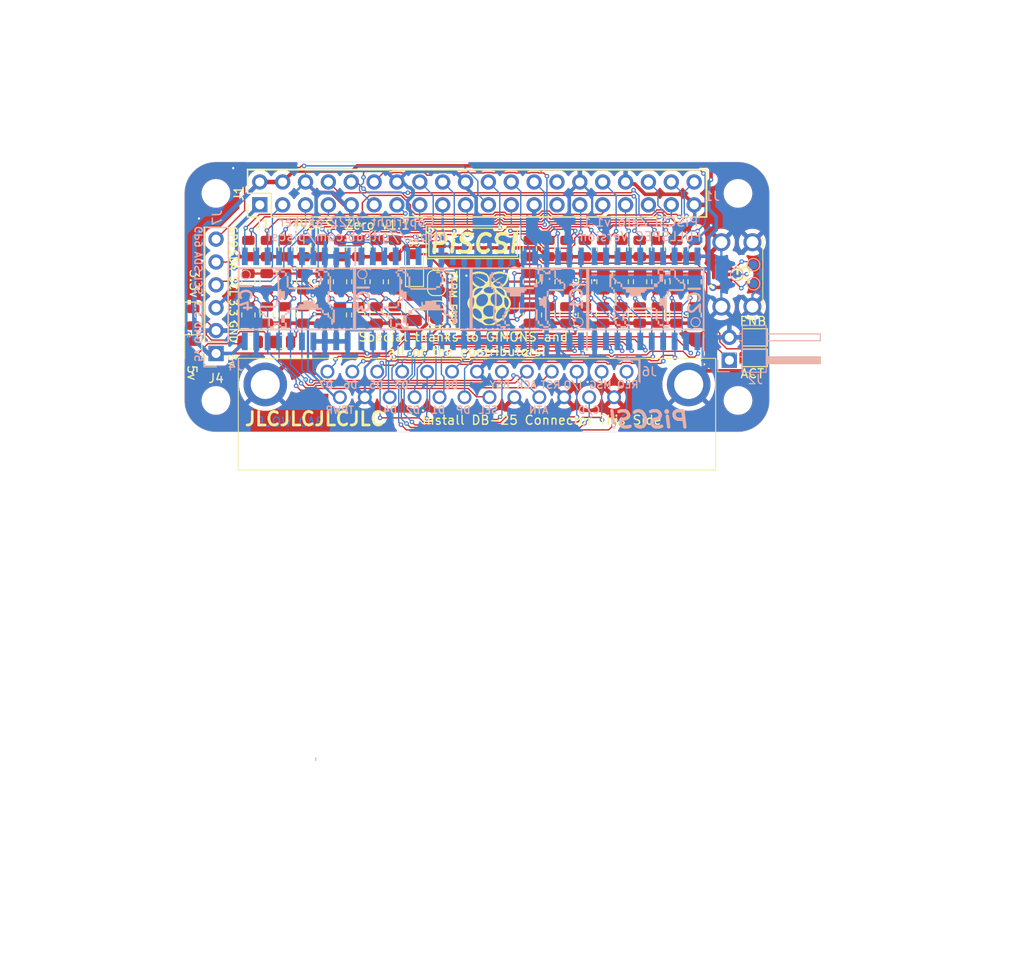
<source format=kicad_pcb>
(kicad_pcb (version 20221018) (generator pcbnew)
  (layers (0 "F.Cu" signal "Top") (31 "B.Cu" signal "Bottom") (34 "B.Paste" user) (35 "F.Paste" user) (36 "B.SilkS" user "B.Silkscreen") (37 "F.SilkS" user "F.Silkscreen") (38 "B.Mask" user) (39 "F.Mask" user) (44 "Edge.Cuts" user))
  (net 0 "")
  (net 1 "GND")
  (net 2 "+3V3")
  (net 3 "+5V")
  (net 4 "C-REQ")
  (net 5 "C-MSG")
  (net 6 "C-BSY")
  (net 7 "C-SEL")
  (net 8 "C-RST")
  (net 9 "C-ACK")
  (net 10 "C-ATN")
  (net 11 "C-DP")
  (net 12 "C-D0")
  (net 13 "C-D1")
  (net 14 "C-D2")
  (net 15 "C-D3")
  (net 16 "C-D4")
  (net 17 "C-D5")
  (net 18 "C-D6")
  (net 19 "C-D7")
  (net 20 "C-I_O")
  (net 21 "C-C_D")
  (net 22 "TERMPOW")
  (net 23 "PI-D7")
  (net 24 "PI-D6")
  (net 25 "PI-D5")
  (net 26 "PI-D4")
  (net 27 "PI-D3")
  (net 28 "PI-D2")
  (net 29 "PI-D1")
  (net 30 "PI-D0")
  (net 31 "PI-DP")
  (net 32 "PI-BSY")
  (net 33 "PI-MSG")
  (net 34 "PI-C_D")
  (net 35 "PI-REQ")
  (net 36 "PI-I_O")
  (net 37 "PI-ATN")
  (net 38 "PI-ACK")
  (net 39 "PI-RST")
  (net 40 "PI-SEL")
  (net 41 "Net-(D2-Pad2)")
  (net 42 "Net-(D3-Pad2)")
  (net 43 "Net-(D4-Pad2)")
  (net 44 "DBG_LED")
  (net 45 "PI_SCL")
  (net 46 "PI_SDA")
  (net 47 "PI-ACT")
  (net 48 "PI-IND")
  (net 49 "PI-TAD")
  (net 50 "PI-DTD")
  (net 51 "Net-(D5-Pad1)")
  (net 52 "EXT-ACT-LED")
  (net 53 "/TERM_5v")
  (net 54 "/TERM_GND")
  (net 55 "Net-(D1-Pad2)")
  (net 56 "Net-(J3-Pad4)")
  (net 57 "Net-(J3-Pad3)")
  (net 58 "Net-(J3-Pad2)")
  (net 59 "PI-GPIO9")
  (footprint "LED_SMD:LED_0805_2012Metric" (layer "F.Cu") (at 175.473 63.389 -90)
    (fp_text reference "D3")
    (fp_text value "Green")
  )
  (footprint "LED_SMD:LED_0805_2012Metric" (layer "F.Cu") (at 237.576 64.278 180)
    (fp_text reference "D1")
    (fp_text value "Green")
  )
  (footprint "LED_SMD:LED_0805_2012Metric" (layer "F.Cu") (at 237.576 61.992 180)
    (fp_text reference "D2")
    (fp_text value "Green")
  )
  (footprint "Connector_PinHeader_2.54mm:PinHeader_2x20_P2.54mm_Vertical" (layer "F.Cu") (at 182.87 47.27 90)
    (fp_text reference "J1")
    (fp_text value "Raspberry_Pi_2_3")
  )
  (footprint "MountingHole:MountingHole_2.7mm_M2.5" (layer "F.Cu") (at 178 46)
    (fp_text reference "H1")
    (fp_text value "Hole1")
  )
  (footprint "MountingHole:MountingHole_2.7mm_M2.5" (layer "F.Cu") (at 178 69)
    (fp_text reference "H3")
    (fp_text value "Hole3")
  )
  (footprint "MountingHole:MountingHole_2.7mm_M2.5" (layer "F.Cu") (at 236 69)
    (fp_text reference "H4")
    (fp_text value "Hole5")
  )
  (footprint "MountingHole:MountingHole_2.7mm_M2.5" (layer "F.Cu") (at 236 46)
    (fp_text reference "H2")
    (fp_text value "Hole2")
  )
  (footprint "Fuse:Fuse_1206_3216Metric" (layer "F.Cu") (at 199.99416 58.71032 -90)
    (fp_text reference "FUSE1" hide)
    (fp_text value "1A")
  )
  (footprint "Resistor_SMD:R_0805_2012Metric" (layer "F.Cu") (at 212.872224 52.12472 -90)
    (fp_text reference "R2")
    (fp_text value "2k")
  )
  (footprint "Resistor_SMD:R_0805_2012Metric" (layer "F.Cu") (at 181.7995 62.5 180)
    (fp_text reference "R3")
    (fp_text value "5.1k")
  )
  (footprint "SamacSys_Parts:pi_logo" (layer "F.Cu") (at 208.36 57.7)
    (fp_text reference "X7" hide)
    (fp_text value "Pi" hide)
  )
  (footprint "Resistor_SMD:R_0805_2012Metric" (layer "F.Cu") (at 185.379 62.5 180)
    (fp_text reference "R4")
    (fp_text value "2k")
  )
  (footprint "Diode_SMD:D_SOD-123F" (layer "F.Cu") (at 200.06 54.15 90)
    (fp_text reference "D5")
    (fp_text value "SM4007PL")
  )
  (footprint "LED_SMD:LED_0805_2012Metric" (layer "F.Cu") (at 175.473 59.7545 -90)
    (fp_text reference "D4")
    (fp_text value "Green")
  )
  (footprint "Resistor_SMD:R_0805_2012Metric" (layer "F.Cu") (at 212.872224 55.81414 -90)
    (fp_text reference "R1")
    (fp_text value "2k")
  )
  (footprint "Resistor_SMD:R_0805_2012Metric" (layer "F.Cu") (at 189.74939 55.81414 -90)
    (fp_text reference "R49" hide)
    (fp_text value "330")
  )
  (footprint "Resistor_SMD:R_0805_2012Metric" (layer "F.Cu") (at 191.78632 55.81414 -90)
    (fp_text reference "R48" hide)
    (fp_text value "330")
  )
  (footprint "Resistor_SMD:R_0805_2012Metric" (layer "F.Cu") (at 193.82325 55.81414 -90)
    (fp_text reference "R47" hide)
    (fp_text value "330")
  )
  (footprint "Resistor_SMD:R_0805_2012Metric" (layer "F.Cu") (at 195.86018 55.81414 -90)
    (fp_text reference "R46" hide)
    (fp_text value "330")
  )
  (footprint "Resistor_SMD:R_0805_2012Metric" (layer "F.Cu") (at 197.89711 55.81414 -90)
    (fp_text reference "R45" hide)
    (fp_text value "330")
  )
  (footprint "Resistor_SMD:R_0805_2012Metric" (layer "F.Cu") (at 181.60166 55.81414 -90)
    (fp_text reference "R44" hide)
    (fp_text value "330")
  )
  (footprint "Resistor_SMD:R_0805_2012Metric" (layer "F.Cu") (at 183.6386 55.81414 -90)
    (fp_text reference "R43" hide)
    (fp_text value "330")
  )
  (footprint "Resistor_SMD:R_0805_2012Metric" (layer "F.Cu") (at 185.67553 55.81414 -90)
    (fp_text reference "R42" hide)
    (fp_text value "330")
  )
  (footprint "Resistor_SMD:R_0805_2012Metric" (layer "F.Cu") (at 187.71246 55.81414 -90)
    (fp_text reference "R41" hide)
    (fp_text value "330")
  )
  (footprint "Resistor_SMD:R_0805_2012Metric" (layer "F.Cu") (at 189.736328 59.50356 90)
    (fp_text reference "R31" hide)
    (fp_text value "220")
  )
  (footprint "Resistor_SMD:R_0805_2012Metric" (layer "F.Cu") (at 191.769992 59.50356 90)
    (fp_text reference "R30" hide)
    (fp_text value "220")
  )
  (footprint "Resistor_SMD:R_0805_2012Metric" (layer "F.Cu") (at 193.803656 59.50356 90)
    (fp_text reference "R29" hide)
    (fp_text value "220")
  )
  (footprint "Resistor_SMD:R_0805_2012Metric" (layer "F.Cu") (at 195.83732 59.50356 90)
    (fp_text reference "R28" hide)
    (fp_text value "220")
  )
  (footprint "Resistor_SMD:R_0805_2012Metric" (layer "F.Cu") (at 197.870984 59.50356 90)
    (fp_text reference "R27" hide)
    (fp_text value "220")
  )
  (footprint "Resistor_SMD:R_0805_2012Metric" (layer "F.Cu") (at 181.60166 59.50356 90)
    (fp_text reference "R26" hide)
    (fp_text value "220")
  )
  (footprint "Resistor_SMD:R_0805_2012Metric" (layer "F.Cu") (at 183.635336 59.50356 90)
    (fp_text reference "R25" hide)
    (fp_text value "220")
  )
  (footprint "Resistor_SMD:R_0805_2012Metric" (layer "F.Cu") (at 185.669 59.50356 90)
    (fp_text reference "R24" hide)
    (fp_text value "220")
  )
  (footprint "Resistor_SMD:R_0805_2012Metric" (layer "F.Cu") (at 187.702664 59.50356 90)
    (fp_text reference "R23" hide)
    (fp_text value "220")
  )
  (footprint "Resistor_SMD:R_0805_2012Metric" (layer "F.Cu") (at 189.767398 52.12472 90)
    (fp_text reference "R13" hide)
    (fp_text value "10k")
  )
  (footprint "Resistor_SMD:R_0805_2012Metric" (layer "F.Cu") (at 191.798672 52.12472 90)
    (fp_text reference "R12" hide)
    (fp_text value "10k")
  )
  (footprint "Resistor_SMD:R_0805_2012Metric" (layer "F.Cu") (at 193.829946 52.12472 90)
    (fp_text reference "R11" hide)
    (fp_text value "10k")
  )
  (footprint "Resistor_SMD:R_0805_2012Metric" (layer "F.Cu") (at 195.86122 52.12472 90)
    (fp_text reference "R10" hide)
    (fp_text value "10k")
  )
  (footprint "Resistor_SMD:R_0805_2012Metric" (layer "F.Cu") (at 197.892494 52.12472 90)
    (fp_text reference "R9")
    (fp_text value "10k")
  )
  (footprint "Resistor_SMD:R_0805_2012Metric" (layer "F.Cu") (at 181.60166 52.12472 90)
    (fp_text reference "R8" hide)
    (fp_text value "10k")
  )
  (footprint "Resistor_SMD:R_0805_2012Metric" (layer "F.Cu") (at 183.673576 52.12472 90)
    (fp_text reference "R7" hide)
    (fp_text value "10k")
  )
  (footprint "Resistor_SMD:R_0805_2012Metric" (layer "F.Cu") (at 185.70485 52.12472 90)
    (fp_text reference "R6" hide)
    (fp_text value "10k")
  )
  (footprint "Resistor_SMD:R_0805_2012Metric" (layer "F.Cu") (at 187.736124 52.12472 90)
    (fp_text reference "R5" hide)
    (fp_text value "10k")
  )
  (footprint "Resistor_SMD:R_0805_2012Metric" (layer "F.Cu") (at 214.93528 55.81414 -90)
    (fp_text reference "R58" hide)
    (fp_text value "330")
  )
  (footprint "Resistor_SMD:R_0805_2012Metric" (layer "F.Cu") (at 216.97221 55.81414 -90)
    (fp_text reference "R57" hide)
    (fp_text value "330")
  )
  (footprint "Resistor_SMD:R_0805_2012Metric" (layer "F.Cu") (at 219.00914 55.81414 -90)
    (fp_text reference "R56" hide)
    (fp_text value "330")
  )
  (footprint "Resistor_SMD:R_0805_2012Metric" (layer "F.Cu") (at 221.04607 55.81414 -90)
    (fp_text reference "R55" hide)
    (fp_text value "330")
  )
  (footprint "Resistor_SMD:R_0805_2012Metric" (layer "F.Cu") (at 223.083 55.81414 -90)
    (fp_text reference "R54" hide)
    (fp_text value "330")
  )
  (footprint "Resistor_SMD:R_0805_2012Metric" (layer "F.Cu") (at 225.11993 55.81414 -90)
    (fp_text reference "R53" hide)
    (fp_text value "330")
  )
  (footprint "Resistor_SMD:R_0805_2012Metric" (layer "F.Cu") (at 227.15686 55.81414 -90)
    (fp_text reference "R52" hide)
    (fp_text value "330")
  )
  (footprint "Resistor_SMD:R_0805_2012Metric" (layer "F.Cu") (at 229.19379 55.81414 -90)
    (fp_text reference "R51" hide)
    (fp_text value "330")
  )
  (footprint "Resistor_SMD:R_0805_2012Metric" (layer "F.Cu") (at 231.1752 55.81414 -90)
    (fp_text reference "R50" hide)
    (fp_text value "330")
  )
  (footprint "Resistor_SMD:R_0805_2012Metric" (layer "F.Cu") (at 214.905888 59.50356 90)
    (fp_text reference "R40" hide)
    (fp_text value "220")
  )
  (footprint "Resistor_SMD:R_0805_2012Metric" (layer "F.Cu") (at 216.939552 59.50356 90)
    (fp_text reference "R39" hide)
    (fp_text value "220")
  )
  (footprint "Resistor_SMD:R_0805_2012Metric" (layer "F.Cu") (at 218.973216 59.50356 90)
    (fp_text reference "R38" hide)
    (fp_text value "220")
  )
  (footprint "Resistor_SMD:R_0805_2012Metric" (layer "F.Cu") (at 221.00688 59.50356 90)
    (fp_text reference "R37" hide)
    (fp_text value "220")
  )
  (footprint "Resistor_SMD:R_0805_2012Metric" (layer "F.Cu") (at 223.040544 59.50356 90)
    (fp_text reference "R36" hide)
    (fp_text value "220")
  )
  (footprint "Resistor_SMD:R_0805_2012Metric" (layer "F.Cu") (at 225.074208 59.50356 90)
    (fp_text reference "R35" hide)
    (fp_text value "220")
  )
  (footprint "Resistor_SMD:R_0805_2012Metric" (layer "F.Cu") (at 227.107872 59.50356 90)
    (fp_text reference "R34" hide)
    (fp_text value "220")
  )
  (footprint "Resistor_SMD:R_0805_2012Metric" (layer "F.Cu") (at 229.141536 59.50356 90)
    (fp_text reference "R33" hide)
    (fp_text value "220")
  )
  (footprint "Resistor_SMD:R_0805_2012Metric" (layer "F.Cu") (at 231.1752 59.50356 90)
    (fp_text reference "R32" hide)
    (fp_text value "220")
  )
  (footprint "Resistor_SMD:R_0805_2012Metric" (layer "F.Cu") (at 214.925008 52.12472 90)
    (fp_text reference "R22" hide)
    (fp_text value "10k")
  )
  (footprint "Resistor_SMD:R_0805_2012Metric" (layer "F.Cu") (at 216.956282 52.12472 90)
    (fp_text reference "R21" hide)
    (fp_text value "10k")
  )
  (footprint "Resistor_SMD:R_0805_2012Metric" (layer "F.Cu") (at 218.987556 52.12472 90)
    (fp_text reference "R20" hide)
    (fp_text value "10k")
  )
  (footprint "Resistor_SMD:R_0805_2012Metric" (layer "F.Cu") (at 221.01883 52.12472 90)
    (fp_text reference "R19" hide)
    (fp_text value "10k")
  )
  (footprint "Resistor_SMD:R_0805_2012Metric" (layer "F.Cu") (at 223.050104 52.12472 90)
    (fp_text reference "R18" hide)
    (fp_text value "10k")
  )
  (footprint "Resistor_SMD:R_0805_2012Metric" (layer "F.Cu") (at 225.081378 52.12472 90)
    (fp_text reference "R17" hide)
    (fp_text value "10k")
  )
  (footprint "Resistor_SMD:R_0805_2012Metric" (layer "F.Cu") (at 227.112652 52.12472 90)
    (fp_text reference "R16" hide)
    (fp_text value "10k")
  )
  (footprint "Resistor_SMD:R_0805_2012Metric" (layer "F.Cu") (at 229.143926 52.12472 90)
    (fp_text reference "R15" hide)
    (fp_text value "10k")
  )
  (footprint "Resistor_SMD:R_0805_2012Metric" (layer "F.Cu") (at 231.1752 52.12472 90)
    (fp_text reference "R14" hide)
    (fp_text value "10k")
  )
  (footprint "Jumper:SolderJumper-2_P1.3mm_Bridged_RoundedPad1.0x1.5mm" (layer "F.Cu") (at 202.51 59.3504 -90)
    (fp_text reference "JP1" hide)
    (fp_text value "SolderJumper_2_Bridged")
  )
  (footprint "Jumper:SolderJumper-2_P1.3mm_Bridged_RoundedPad1.0x1.5mm" (layer "F.Cu") (at 202.51 55.95 -90)
    (fp_text reference "JP2" hide)
    (fp_text value "SolderJumper_2_Bridged")
  )
  (footprint "Resistor_SMD:R_0805_2012Metric" (layer "F.Cu") (at 212.872224 59.50356 -90)
    (fp_text reference "R59" hide)
    (fp_text value "500")
  )
  (footprint "Connector_PinSocket_2.54mm:PinSocket_1x06_P2.54mm_Vertical" (layer "F.Cu") (at 178.01 63.78 180)
    (fp_text reference "J4")
    (fp_text value "I2C Pinout")
  )
  (footprint "SamacSys_Parts:U254051N4BH806" (layer "F.Cu") (at 236.635 55 90)
    (fp_text reference "J3")
    (fp_text value "U254-051N-4BH806" hide)
  )
  (footprint "SamacSys_Parts:SOIC127P1030X265-20N" (layer "B.Cu") (at 212.82588 57.71388 90)
    (fp_text reference "IC1")
    (fp_text value "SN74LS641-1DW" hide)
  )
  (footprint "SamacSys_Parts:SOIC127P1030X265-20N" (layer "B.Cu") (at 199.87188 57.71388 -90)
    (fp_text reference "IC3")
    (fp_text value "SN74LS641-1DW" hide)
  )
  (footprint "SamacSys_Parts:dogcow" (layer "B.Cu") (at 186.9995 57.665)
    (fp_text reference "X2" hide)
    (fp_text value "Dogcow" hide)
  )
  (footprint "SamacSys_Parts:dogcow" (layer "B.Cu") (at 225.925 57.665 180)
    (fp_text reference "X4" hide)
    (fp_text value "Dogcow" hide)
  )
  (footprint "SamacSys_Parts:dogcow" (layer "B.Cu") (at 212.59 57.665 180)
    (fp_text reference "X5" hide)
    (fp_text value "Dogcow" hide)
  )
  (footprint "SamacSys_Parts:dogcow" (layer "B.Cu") (at 200.525 57.7285)
    (fp_text reference "X6" hide)
    (fp_text value "Dogcow" hide)
  )
  (footprint "SamacSys_Parts:SOIC127P1030X265-20N" (layer "B.Cu") (at 186.91788 57.71388 -90)
    (fp_text reference "IC4")
    (fp_text value "SN74LS641-1DW" hide)
  )
  (footprint "SamacSys_Parts:SOIC127P1030X265-20N" (layer "B.Cu") (at 225.77988 57.71388 90)
    (fp_text reference "IC2")
    (fp_text value "SN74LS641-1DW" hide)
  )
  (footprint "SamacSys_Parts:L717SDB25PA4CH4F" (layer "B.Cu") (at 223.62 65.802 180)
    (fp_text reference "J6")
    (fp_text value "CONNFLY DB-25" hide)
  )
  (footprint "Connector_PinHeader_2.54mm:PinHeader_1x02_P2.54mm_Horizontal" (layer "B.Cu") (at 235.036 64.532)
    (fp_text reference "J2")
    (fp_text value "DNP")
  )
  (footprint "TestPoint:TestPoint_Pad_D1.0mm" (layer "B.Cu") (at 237.71 56.025 -90)
    (fp_text reference "TP1" hide)
    (fp_text value "TestPoint_Small")
  )
  (footprint "TestPoint:TestPoint_Pad_D1.0mm" (layer "B.Cu") (at 235.86 55 -90)
    (fp_text reference "TP2" hide)
    (fp_text value "TestPoint_Small")
  )
  (footprint "TestPoint:TestPoint_Pad_D1.0mm" (layer "B.Cu") (at 237.71 53.925 -90)
    (fp_text reference "TP3" hide)
    (fp_text value "TestPoint_Small")
  )
  (gr_line (start 225.11 64.366) (end 222.57 64.366) (stroke (width 0.12)) (layer "B.SilkS"))
  (gr_line (start 225.11 67.033) (end 225.11 64.366) (stroke (width 0.12)) (layer "B.SilkS"))
  (gr_line (start 224.983 64.493) (end 222.697 64.493) (stroke (width 0.12)) (layer "B.SilkS"))
  (gr_line (start 224.983 66.906) (end 224.983 64.493) (stroke (width 0.12)) (layer "B.SilkS"))
  (gr_line (start 189.0795 108.763) (end 189.0795 109.017) (stroke (width 0.12)) (layer "B.SilkS"))
  (gr_line (start 189.143 108.763) (end 189.0795 108.763) (stroke (width 0.12)) (layer "B.SilkS"))
  (gr_circle (center 181.307 55.0315) (end 180.8625 54.7775) (stroke (width 0.12)) (fill none) (layer "B.SilkS"))
  (gr_circle (center 218.264 60.302) (end 217.8195 60.048) (stroke (width 0.12)) (fill none) (layer "B.SilkS"))
  (gr_circle (center 231.2815 60.302) (end 230.837 60.048) (stroke (width 0.12)) (fill none) (layer "B.SilkS"))
  (gr_line (start 176.657 63.754) (end 176.657 65.278) (stroke (width 0.12)) (layer "B.SilkS"))
  (gr_circle (center 194.261 54.968) (end 193.8165 54.714) (stroke (width 0.12)) (fill none) (layer "B.SilkS"))
  (gr_line (start 179.3875 49.8) (end 176.784 49.8) (stroke (width 0.12)) (layer "B.SilkS"))
  (gr_line (start 176.784 49.8) (end 176.784 62.484) (stroke (width 0.12)) (layer "B.SilkS"))
  (gr_line (start 176.657 65.278) (end 178.054 65.278) (stroke (width 0.12)) (layer "B.SilkS"))
  (gr_line (start 235.756 63.727) (end 235.756 63.854) (stroke (width 0.12)) (layer "B.SilkS"))
  (gr_line (start 179.3875 62.484) (end 179.3875 49.8) (stroke (width 0.12)) (layer "B.SilkS"))
  (gr_line (start 176.784 62.484) (end 179.3875 62.484) (stroke (width 0.12)) (layer "B.SilkS"))
  (gr_line (start 184.15 45.974) (end 181.483 45.974) (stroke (width 0.12)) (layer "F.SilkS"))
  (gr_line (start 205.06 61) (end 205.06 54.3) (stroke (width 0.12)) (layer "F.SilkS"))
  (gr_rect (start 201.66 49.87) (end 211.49 52.99) (stroke (width 0.12)) (fill none) (layer "F.SilkS"))
  (gr_line (start 182.88 48.641) (end 181.483 48.641) (stroke (width 0.12)) (layer "F.SilkS"))
  (gr_line (start 232.537 48.641) (end 184.15 48.641) (stroke (width 0.12)) (layer "F.SilkS"))
  (gr_line (start 181.483 43.307) (end 232.537 43.307) (stroke (width 0.12)) (layer "F.SilkS"))
  (gr_line (start 184.15 48.641) (end 184.15 45.974) (stroke (width 0.12)) (layer "F.SilkS"))
  (gr_rect (start 201.35 49.59) (end 211.77 53.24) (stroke (width 0.12)) (fill none) (layer "F.SilkS"))
  (gr_line (start 205.01 54.3) (end 201.29 54.3) (stroke (width 0.12)) (layer "F.SilkS"))
  (gr_line (start 181.483 48.641) (end 181.483 47.244) (stroke (width 0.12)) (layer "F.SilkS"))
  (gr_line (start 232.537 43.307) (end 232.537 48.641) (stroke (width 0.12)) (layer "F.SilkS"))
  (gr_line (start 201.16 61) (end 205.06 61) (stroke (width 0.12)) (layer "F.SilkS"))
  (gr_line (start 200.91 49) (end 200.91 48.95) (stroke (width 0.12)) (layer "F.SilkS"))
  (gr_line (start 181.483 45.974) (end 181.483 43.307) (stroke (width 0.12)) (layer "F.SilkS"))
  (gr_line (start 178 42.5) (end 236 42.5) (stroke (width 0.05)) (layer "Edge.Cuts"))
  (gr_line (start 178 72.5) (end 236 72.5) (stroke (width 0.05)) (layer "Edge.Cuts"))
  (gr_arc (start 178 72.5) (mid 175.525126 71.474874) (end 174.5 69) (stroke (width 0.05)) (layer "Edge.Cuts"))
  (gr_arc (start 239.5 69) (mid 238.474874 71.474874) (end 236 72.5) (stroke (width 0.05)) (layer "Edge.Cuts"))
  (gr_arc (start 236 42.5) (mid 238.474874 43.525126) (end 239.5 46) (stroke (width 0.05)) (layer "Edge.Cuts"))
  (gr_arc (start 174.5 46) (mid 175.525126 43.525126) (end 178 42.5) (stroke (width 0.05)) (layer "Edge.Cuts"))
  (gr_line (start 174.5 46) (end 174.5 69) (stroke (width 0.05)) (layer "Edge.Cuts"))
  (gr_line (start 239.5 46) (end 239.5 69) (stroke (width 0.05)) (layer "Edge.Cuts"))
  (gr_text "BAD WOLF" (at 186.268 71.39) (layer "B.Cu") (effects (font (size 1 1)) (justify mirror)))
  (gr_text "GP9" (at 176.108 50.816 90) (layer "B.SilkS") (effects (font (size 0.8 0.8)) (justify mirror)))
  (gr_text "3.3" (at 176.022 58.928 270) (layer "B.SilkS") (effects (font (size 0.8 0.8)) (justify mirror)))
  (gr_text "GND\n" (at 176.022 61.468 270) (layer "B.SilkS") (effects (font (size 0.8 0.8)) (justify mirror)))
  (gr_text "5v" (at 176.022 64.008 270) (layer "B.SilkS") (effects (font (size 0.8 0.8)) (justify mirror)))
  (gr_text "PiSCSI" (at 226.146 71.136) (layer "B.SilkS") (effects (font (size 1.8 1.8) (thickness 0.375) italic) (justify mirror)))
  (gr_text "J1" (at 233.13 46.31) (layer "B.SilkS") (effects (font (size 1 1)) (justify mirror)))
  (gr_text "REQ" (at 223.76 67.237) (layer "B.SilkS") (effects (font (size 0.8 0.8)) (justify mirror)))
  (gr_text "D7" (at 190.232 67.272) (layer "B.SilkS") (effects (font (size 0.8 0.8)) (justify mirror)))
  (gr_text "DP" (at 205.472 70.066) (layer "B.SilkS") (effects (font (size 0.8 0.8)) (justify mirror)))
  (gr_text "ATN" (at 213.854 70.066) (layer "B.SilkS") (effects (font (size 0.8 0.8)) (justify mirror)))
  (gr_text "ACK" (at 212.498 67.275096) (layer "B.SilkS") (effects (font (size 0.8 0.8)) (justify mirror)))
  (gr_text "C/D" (at 219.442 70.066) (layer "B.SilkS") (effects (font (size 0.8 0.8)) (justify mirror)))
  (gr_text "D3" (at 198.614 67.272) (layer "B.SilkS") (effects (font (size 0.8 0.8)) (justify mirror)))
  (gr_text "TPWR" (at 191.756 70.066) (layer "B.SilkS") (effects (font (size 0.8 0.8)) (justify mirror)))
  (gr_text "MSG" (at 220.712 67.272) (layer "B.SilkS") (effects (font (size 0.8 0.8)) (justify mirror)))
  (gr_text "D2" (at 199.884 70.066) (layer "B.SilkS") (effects (font (size 0.8 0.8)) (justify mirror)))
  (gr_text "D4" (at 197.344 70.066) (layer "B.SilkS") (effects (font (size 0.8 0.8)) (justify mirror)))
  (gr_text "D1" (at 202.678 70.066) (layer "B.SilkS") (effects (font (size 0.8 0.8)) (justify mirror)))
  (gr_text "D6" (at 192.94 67.272) (layer "B.SilkS") (effects (font (size 0.8 0.8)) (justify mirror)))
  (gr_text "BSY" (at 209.536 67.272) (layer "B.SilkS") (effects (font (size 0.8 0.8)) (justify mirror)))
  (gr_text "D5" (at 195.82 67.272) (layer "B.SilkS") (effects (font (size 0.8 0.8)) (justify mirror)))
  (gr_text "D0" (at 204.116 67.272) (layer "B.SilkS") (effects (font (size 0.8 0.8)) (justify mirror)))
  (gr_text "SEL" (at 208.266 70.066) (layer "B.SilkS") (effects (font (size 0.8 0.8)) (justify mirror)))
  (gr_text "RST" (at 215.165 67.272) (layer "B.SilkS") (effects (font (size 0.8 0.8)) (justify mirror)))
  (gr_text "I/O" (at 217.664 67.272) (layer "B.SilkS") (effects (font (size 0.8 0.8)) (justify mirror)))
  (gr_text "J6" (at 226.146 65.802) (layer "B.SilkS") (effects (font (size 1 1)) (justify mirror)))
  (gr_text "SCL" (at 176.022 56.134 270) (layer "B.SilkS") (effects (font (size 0.8 0.8)) (justify mirror)))
  (gr_text "SDA" (at 176.022 53.594 270) (layer "B.SilkS") (effects (font (size 0.8 0.8)) (justify mirror)))
  (gr_text "PiSCSI Zero v1.1\nFULLSPEC Version" (at 225.16 49.98) (layer "B.SilkS") (effects (font (size 1 1)) (justify mirror)))
  (gr_text "J4" (at 180.172 65.167) (layer "B.SilkS") (effects (font (size 1 1)) (justify mirror)))
  (gr_text "J7" (at 178.14 48.68 90) (layer "B.SilkS") (effects (font (size 1 1)) (justify mirror)))
  (gr_text "Copyright 2022 akuker\nhttps://github.com/piscsi" (at 193.65 49.98) (layer "B.SilkS") (effects (font (size 1 1)) (justify mirror)))
  (gr_text "SDA" (at 179.918 53.356 270) (layer "F.SilkS") (effects (font (size 0.8 0.8))))
  (gr_text "GND\n" (at 179.918 61.357 270) (layer "F.SilkS") (effects (font (size 0.8 0.8))))
  (gr_text "ACT" (at 237.59 66.02) (layer "F.SilkS") (effects (font (size 1 1))))
  (gr_text "ENB" (at 237.67 60.21) (layer "F.SilkS") (effects (font (size 1 1))))
  (gr_text "5v\n" (at 175.346 65.929 270) (layer "F.SilkS") (effects (font (size 1 1))))
  (gr_text "PiSCSI Zero v1.1" (at 193.11 49.5) (layer "F.SilkS") (effects (font (size 1 1))))
  (gr_text "TERM ENB" (at 204.31 57.6 270) (layer "F.SilkS") (effects (font (size 0.8 0.8))))
  (gr_text "GP9" (at 179.918 50.816 270) (layer "F.SilkS") (effects (font (size 0.8 0.8))))
  (gr_text "JLCJLCJLCJLC" (at 188.96 71.05) (layer "F.SilkS") (effects (font (size 1.5 1.5) (thickness 0.3))))
  (gr_text "Special thanks to GIMONS and \nall of the contributors!" (at 205.86 62.75) (layer "F.SilkS") (effects (font (size 1 1))))
  (gr_text "PiSCSI" (at 206.6155 51.578) (layer "F.SilkS") (effects (font (size 2 2) (thickness 0.4) italic)))
  (gr_text "SCL" (at 179.918 56.277 270) (layer "F.SilkS") (effects (font (size 0.8 0.8))))
  (gr_text "J1" (at 183.16 49.35) (layer "F.SilkS") (effects (font (size 1 1))))
  (gr_text "5v" (at 179.791 64.532 270) (layer "F.SilkS") (effects (font (size 0.8 0.8))))
  (gr_text "3.3" (at 179.918 58.69 270) (layer "F.SilkS") (effects (font (size 0.8 0.8))))
  (gr_text "3.3v\n" (at 175.6 56.023 270) (layer "F.SilkS") (effects (font (size 1 1))))
  (segment (start 207.292 56.6) (end 207.604 56.912) (width 0.15) (layer "F.Cu") (net 1))
  (segment (start 193.03 47.27) (end 192.231962 47.27) (width 0.4) (layer "F.Cu") (net 1))
  (segment (start 221.574 50.054) (end 222.082001 49.546) (width 0.25) (layer "F.Cu") (net 1))
  (segment (start 213.954 54.118) (end 213.7 53.864) (width 0.2) (layer "F.Cu") (net 1))
  (segment (start 189.127001 45.907001) (end 187.95 44.73) (width 0.4) (layer "F.Cu") (net 1))
  (segment (start 190.868963 45.907001) (end 189.127001 45.907001) (width 0.4) (layer "F.Cu") (net 1))
  (segment (start 220.05 55.642) (end 218.018 55.642) (width 0.15) (layer "F.Cu") (net 1))
  (segment (start 218.152376 59.332376) (end 230.246493 59.332376) (width 0.15) (layer "F.Cu") (net 1))
  (segment (start 207.604 56.912) (end 208.366 57.674) (width 0.25) (layer "F.Cu") (net 1))
  (segment (start 213.954 58.990912) (end 214.295464 59.332376) (width 0.15) (layer "F.Cu") (net 1))
  (segment (start 218.042434 59.332376) (end 218.152376 59.332376) (width 0.15) (layer "F.Cu") (net 1))
  (segment (start 225.671037 46.092999) (end 224.53056 44.952522) (width 0.4) (layer "F.Cu") (net 1))
  (segment (start 188.755241 57.316434) (end 188.755241 56.417681) (width 0.15) (layer "F.Cu") (net 1))
  (segment (start 213.954 57.674) (end 213.954 58.990912) (width 0.15) (layer "F.Cu") (net 1))
  (segment (start 207.096 53.864) (end 205.826 55.134) (width 0.2) (layer "F.Cu") (net 1))
  (segment (start 178.01 61.24) (end 175.587 58.817) (width 0.15) (layer "F.Cu") (net 1))
  (segment (start 238.176999 65.709001) (end 231.988519 65.709001) (width 0.4) (layer "F.Cu") (net 1))
  (segment (start 229.952999 46.092999) (end 225.671037 46.092999) (width 0.4) (layer "F.Cu") (net 1))
  (segment (start 217.944642 59.430168) (end 218.042434 59.332376) (width 0.15) (layer "F.Cu") (net 1))
  (segment (start 188.10656 55.769) (end 186.522 55.769) (width 0.15) (layer "F.Cu") (net 1))
  (segment (start 227.938648 49.546) (end 227.945672 49.553024) (width 0.25) (layer "F.Cu") (net 1))
  (segment (start 214.295464 59.332376) (end 218.152376 59.332376) (width 0.15) (layer "F.Cu") (net 1))
  (segment (start 202.51 56.6) (end 207.292 56.6) (width 0.15) (layer "F.Cu") (net 1))
  (segment (start 213.7 53.864) (end 207.096 53.864) (width 0.2) (layer "F.Cu") (net 1))
  (segment (start 230.456976 49.553024) (end 231.13 48.88) (width 0.25) (layer "F.Cu") (net 1))
  (segment (start 227.945672 49.553024) (end 230.456976 49.553024) (width 0.25) (layer "F.Cu") (net 1))
  (segment (start 186.522 55.769) (end 186.395 55.896) (width 0.15) (layer "F.Cu") (net 1))
  (segment (start 238.5135 65.3725) (end 238.176999 65.709001) (width 0.4) (layer "F.Cu") (net 1))
  (segment (start 231.13 48.88) (end 231.13 47.27) (width 0.25) (layer "F.Cu") (net 1))
  (segment (start 192.231962 47.27) (end 190.868963 45.907001) (width 0.4) (layer "F.Cu") (net 1))
  (segment (start 224.53056 44.952522) (end 223.732522 44.952522) (width 0.4) (layer "F.Cu") (net 1))
  (segment (start 220.812 50.054) (end 221.574 50.054) (width 0.25) (layer "F.Cu") (net 1))
  (segment (start 233.01 53.7) (end 232.96 53.65) (width 0.25) (layer "F.Cu") (net 1))
  (segment (start 175.5215 62.4515) (end 176.362 61.611) (width 0.15) (layer "F.Cu") (net 1))
  (segment (start 234.65 53.7) (end 233.01 53.7) (width 0.25) (layer "F.Cu") (net 1))
  (segment (start 176.362 61.611) (end 176.4805 61.611) (width 0.15) (layer "F.Cu") (net 1))
  (segment (start 238.5135 64.278) (end 238.5135 65.3725) (width 0.4) (layer "F.Cu") (net 1))
  (segment (start 222.082001 49.546) (end 227.938648 49.546) (width 0.25) (layer "F.Cu") (net 1))
  (segment (start 218.018 55.642) (end 218.003294 55.627294) (width 0.15) (layer "F.Cu") (net 1))
  (segment (start 208.366 57.674) (end 213.954 57.674) (width 0.25) (layer "F.Cu") (net 1))
  (segment (start 232.96 53.65) (end 232.96 52.615) (width 0.25) (layer "F.Cu") (net 1))
  (segment (start 232.96 52.615) (end 234.15 51.425) (width 0.25) (layer "F.Cu") (net 1))
  (segment (start 188.755241 56.417681) (end 188.10656 55.769) (width 0.15) (layer "F.Cu") (net 1))
  (segment (start 231.13 47.27) (end 229.952999 46.092999) (width 0.4) (layer "F.Cu") (net 1))
  (segment (start 175.473 62.1105) (end 174.9735 61.611) (width 0.15) (layer "F.Cu") (net 1))
  (via (at 205.826 55.134) (size 0.5) (drill 0.25) (layers "F.Cu" "B.Cu") (net 1))
  (via (at 180.045 58.055) (size 0.5) (drill 0.25) (layers "F.Cu" "B.Cu") (net 1))
  (via (at 207.604 56.912) (size 0.5) (drill 0.25) (layers "F.Cu" "B.Cu") (net 1))
  (via (at 188.755241 57.316434) (size 0.5) (drill 0.25) (layers "F.Cu" "B.Cu") (net 1))
  (via (at 186.395 55.896) (size 0.5) (drill 0.25) (layers "F.Cu" "B.Cu") (net 1))
  (via (at 233.01 49.55) (size 0.5) (drill 0.25) (layers "F.Cu" "B.Cu") (net 1))
  (via (at 210.017 54.626) (size 0.5) (drill 0.25) (layers "F.Cu" "B.Cu") (net 1))
  (via (at 175.4095 65.9925) (size 0.5) (drill 0.25) (layers "F.Cu" "B.Cu") (net 1))
  (via (at 176.108 48.784) (size 0.5) (drill 0.25) (layers "F.Cu" "B.Cu") (net 1))
  (via (at 218.003294 55.627294) (size 0.5) (drill 0.25) (layers "F.Cu" "B.Cu") (net 1))
  (via (at 176.4805 53.483) (size 0.5) (drill 0.25) (layers "F.Cu" "B.Cu") (net 1))
  (via (at 230.246493 59.332376) (size 0.5) (drill 0.25) (layers "F.Cu" "B.Cu") (net 1))
  (via (at 220.812 50.054) (size 0.5) (drill 0.25) (layers "F.Cu" "B.Cu") (net 1))
  (via (at 201 70.12) (size 0.5) (drill 0.25) (layers "F.Cu" "B.Cu") (net 1))
  (via (at 213.954 54.118) (size 0.5) (drill 0.25) (layers "F.Cu" "B.Cu") (net 1))
  (via (at 220.05 55.642) (size 0.5) (drill 0.25) (layers "F.Cu" "B.Cu") (net 1))
  (via (at 176.4805 61.611) (size 0.5) (drill 0.25) (layers "F.Cu" "B.Cu") (net 1))
  (via (at 219.288 66.945) (size 0.5) (drill 0.25) (layers "F.Cu" "B.Cu") (net 1))
  (via (at 174.9735 61.611) (size 0.5) (drill 0.25) (layers "F.Cu" "B.Cu") (net 1))
  (via (at 213.954 57.674) (size 0.5) (drill 0.25) (layers "F.Cu" "B.Cu") (net 1))
  (via (at 176.4805 57.293) (size 0.5) (drill 0.25) (layers "F.Cu" "B.Cu") (net 1))
  (via (at 180.045 60.214) (size 0.5) (drill 0.25) (layers "F.Cu" "B.Cu") (net 1))
  (via (at 179.918 43.196) (size 0.5) (drill 0.25) (layers "F.Cu" "B.Cu") (net 1))
  (via (at 222.141147 59.333336) (size 0.5) (drill 0.25) (layers "F.Cu" "B.Cu") (net 1))
  (via (at 217.944642 59.430168) (size 0.5) (drill 0.25) (layers "F.Cu" "B.Cu") (net 1))
  (segment (start 230.22488 52.33888) (end 233.01 49.55376) (width 0.25) (layer "B.Cu") (net 1))
  (segment (start 190.424538 67.30568) (end 193.2558 67.30568) (width 0.25) (layer "B.Cu") (net 1))
  (segment (start 188.82288 62.43888) (end 188.82288 65.704022) (width 0.25) (layer "B.Cu") (net 1))
  (segment (start 218.43 44.73) (end 219.796 46.096) (width 0.25) (layer "B.Cu") (net 1))
  (segment (start 194.54132 65.35188) (end 195.42688 64.46632) (width 0.25) (layer "B.Cu") (net 1))
  (segment (start 193.03 47.27) (end 192.374 47.27) (width 0.4) (layer "B.Cu") (net 1))
  (segment (start 217.764009 57.995205) (end 217.891 58.122196) (width 0.15) (layer "B.Cu") (net 1))
  (segment (start 201.77688 50.996766) (end 199.6284 48.848286) (width 0.4) (layer "B.Cu") (net 1))
  (segment (start 176.8515 61.24) (end 176.4805 61.611) (width 0.15) (layer "B.Cu") (net 1))
  (segment (start 219.796 64.278) (end 220.06488 64.00912) (width 0.25) (layer "B.Cu") (net 1))
  (segment (start 237.6 58.575) (end 237.6 57.247962) (width 0.25) (layer "B.Cu") (net 1))
  (segment (start 174.9735 65.5565) (end 174.9735 61.611) (width 0.15) (layer "B.Cu") (net 1))
  (segment (start 178.01 61.24) (end 176.8515 61.24) (width 0.15) (layer "B.Cu") (net 1))
  (segment (start 232.371 60.216) (end 233.97 60.216) (width 0.15) (layer "B.Cu") (net 1))
  (segment (start 233.891 60.216) (end 232.115 61.992) (width 0.25) (layer "B.Cu") (net 1))
  (segment (start 204.553489 43.553489) (end 199.286511 43.553489) (width 0.4) (layer "B.Cu") (net 1))
  (segment (start 198.11 44.73) (end 196.83 43.45) (width 0.4) (layer "B.Cu") (net 1))
  (segment (start 191.011001 45.907001) (end 189.127001 45.907001) (width 0.4) (layer "B.Cu") (net 1))
  (segment (start 232.115 62.5) (end 232.071881 62.543119) (width 0.25) (layer "B.Cu") (net 1))
  (segment (start 198.724 44.73) (end 199.345758 45.351758) (width 0.4) (layer "B.Cu") (net 1))
  (segment (start 204.556 54.626) (end 201.762 54.626) (width 0.15) (layer "B.Cu") (net 1))
  (segment (start 187.95 43.608) (end 188.108 43.45) (width 0.15) (layer "B.Cu") (net 1))
  (segment (start 219.161 55.642) (end 217.764009 57.038991) (width 0.15) (layer "B.Cu") (net 1))
  (segment (start 217.891 58.122196) (end 217.891 59.376526) (width 0.15) (layer "B.Cu") (net 1))
  (segment (start 189.127001 45.907001) (end 189.127001 48.464999) (width 0.4) (layer "B.Cu") (net 1))
  (segment (start 187.55288 56.114073) (end 188.755241 57.316434) (width 0.15) (layer "B.Cu") (net 1))
  (segment (start 199.894344 45.651798) (end 199.894344 46.20572) (width 0.4) (layer "B.Cu") (net 1))
  (segment (start 199.287001 46.813063) (end 199.287001 47.648963) (width 0.4) (layer "B.Cu") (net 1))
  (segment (start 199.6284 48.848286) (end 199.6284 47.990362) (width 0.4) (layer "B.Cu") (net 1))
  (segment (start 220.06488 64.00912) (end 220.06488 62.43888) (width 0.25) (layer "B.Cu") (net 1))
  (segment (start 237.6 57.247962) (end 238.462001 56.385961) (width 0.25) (layer "B.Cu") (net 1))
  (segment (start 220.05 55.642) (end 219.161 55.642) (width 0.15) (layer "B.Cu") (net 1))
  (segment (start 194.54132 68.5912) (end 194.54132 65.35188) (width 0.25) (layer "B.Cu") (net 1))
  (segment (start 217.129 64.278) (end 219.415 64.278) (width 0.25) (layer "B.Cu") (net 1))
  (segment (start 189.002001 45.782001) (end 187.95 44.73) (width 0.15) (layer "B.Cu") (net 1))
  (segment (start 201.762 54.626) (end 201.762 53.00376) (width 0.15) (layer "B.Cu") (net 1))
  (segment (start 220.05 57.242189) (end 222.141147 59.333336) (width 0.15) (layer "B.Cu") (net 1))
  (segment (start 203.04688 62.43888) (end 203.04688 57.30788) (width 0.15) (layer "B.Cu") (net 1))
  (segment (start 219.796 49.038) (end 220.812 50.054) (width 0.25) (layer "B.Cu") (net 1))
  (segment (start 219.796 46.096) (end 219.796 49.038) (width 0.25) (layer "B.Cu") (net 1))
  (segment (start 210.92088 53.72212) (end 210.017 54.626) (width 0.15) (layer "B.Cu") (net 1))
  (segment (start 189.127001 45.907001) (end 187.95 44.73) (width 0.4) (layer "B.Cu") (net 1))
  (segment (start 199.594304 45.351758) (end 199.894344 45.651798) (width 0.4) (layer "B.Cu") (net 1))
  (segment (start 201.46 65.802) (end 201.46 69.66) (width 0.15) (layer "B.Cu") (net 1))
  (segment (start 230.246493 59.332376) (end 231.487376 59.332376) (width 0.15) (layer "B.Cu") (net 1))
  (segment (start 195.42688 62.43888) (end 195.42688 61.21388) (width 0.25) (layer "B.Cu") (net 1))
  (segment (start 195.42688 64.46632) (end 195.42688 62.43888) (width 0.25) (layer "B.Cu") (net 1))
  (segment (start 220.05 55.642) (end 220.05 57.242189) (width 0.15) (layer "B.Cu") (net 1))
  (segment (start 199.6284 47.990362) (end 199.287001 47.648963) (width 0.4) (layer "B.Cu") (net 1))
  (segment (start 205.826 55.134) (end 205.572 54.88) (width 0.15) (layer "B.Cu") (net 1))
  (segment (start 192.374 47.27) (end 191.011001 45.907001) (width 0.4) (layer "B.Cu") (net 1))
  (segment (start 213.954 57.674) (end 216.000706 55.627294) (width 0.25) (layer "B.Cu") (net 1))
  (segment (start 188.82288 65.704022) (end 190.424538 67.30568) (width 0.25) (layer "B.Cu") (net 1))
  (segment (start 205.064 55.134) (end 204.556 54.626) (width 0.15) (layer "B.Cu") (net 1))
  (segment (start 231.487376 59.332376) (end 232.371 60.216) (width 0.15) (layer "B.Cu") (net 1))
  (segment (start 233.01 49.55376) (end 233.01 49.55) (width 0.25) (layer "B.Cu") (net 1))
  (segment (start 187.95 44.73) (end 187.95 43.608) (width 0.15) (layer "B.Cu") (net 1))
  (segment (start 233.97 60.216) (end 233.891 60.216) (width 0.25) (layer "B.Cu") (net 1))
  (segment (start 195.42688 61.21388) (end 195.424879 61.211879) (width 0.25) (layer "B.Cu") (net 1))
  (segment (start 206.907001 52.785001) (end 207.11088 52.98888) (width 0.4) (layer "B.Cu") (net 1))
  (segment (start 205.73 44.73) (end 204.553489 43.553489) (width 0.4) (layer "B.Cu") (net 1))
  (segment (start 192.63288 61.21388) (end 192.63288 62.43888) (width 0.25) (layer "B.Cu") (net 1))
  (segment (start 206.907001 46.474823) (end 206.907001 52.785001) (width 0.4) (layer "B.Cu") (net 1))
  (segment (start 189.127001 48.464999) (end 188.82288 48.76912) (width 0.4) (layer "B.Cu") (net 1))
  (segment (start 217.252999 45.907001) (end 217.252999 52.970999) (width 0.4) (layer "B.Cu") (net 1))
  (segment (start 216.000706 55.627294) (end 218.003294 55.627294) (width 0.25) (layer "B.Cu") (net 1))
  (segment (start 193.2558 67.30568) (end 194.54132 68.5912) (width 0.25) (layer "B.Cu") (net 1))
  (segment (start 234.15 58.575) (end 234.15 51.425) (width 0.25) (layer "B.Cu") (net 1))
  (segment (start 198.11 44.73) (end 198.978 44.73) (width 0.15) (layer "B.Cu") (net 1))
  (segment (start 232.071881 62.543119) (end 232.071881 65.625639) (width 0.25) (layer "B.Cu") (net 1))
  (segment (start 217.764009 57.038991) (end 217.764009 57.995205) (width 0.15) (layer "B.Cu") (net 1))
  (segment (start 196.83 43.45) (end 188.108 43.45) (width 0.4) (layer "B.Cu") (net 1))
  (segment (start 187.95 44.73) (end 186.817 45.863) (width 0.25) (layer "B.Cu") (net 1))
  (segment (start 175.4095 65.9925) (end 174.9735 65.5565) (width 0.15) (layer "B.Cu") (net 1))
  (segment (start 199.894344 46.20572) (end 199.287001 46.813063) (width 0.4) (layer "B.Cu") (net 1))
  (segment (start 219.415 64.278) (end 219.415 66.818) (width 0.25) (layer "B.Cu") (net 1))
  (segment (start 238.462001 52.287001) (end 237.6 51.425) (width 0.25) (layer "B.Cu") (net 1))
  (segment (start 217.891 59.376526) (end 217.944642 59.430168) (width 0.15) (layer "B.Cu") (net 1))
  (segment (start 203.04688 57.30788) (end 201.77688 56.03788) (width 0.15) (layer "B.Cu") (net 1))
  (segment (start 238.462001 56.385961) (end 238.462001 52.287001) (width 0.25) (layer "B.Cu") (net 1))
  (segment (start 205.572 54.88) (end 205.572 53.00376) (width 0.15) (layer "B.Cu") (net 1))
  (segment (start 205.73 45.297822) (end 206.907001 46.474823) (width 0.4) (layer "B.Cu") (net 1))
  (segment (start 195.424879 61.211879) (end 192.634881 61.211879) (width 0.25) (layer "B.Cu") (net 1))
  (segment (start 219.415 64.278) (end 219.796 64.278) (width 0.25) (layer "B.Cu") (net 1))
  (segment (start 192.634881 61.211879) (end 192.63288 61.21388) (width 0.25) (layer "B.Cu") (net 1))
  (segment (start 219.415 66.818) (end 219.288 66.945) (width 0.25) (layer "B.Cu") (net 1))
  (segment (start 232.115 61.992) (end 232.115 62.5) (width 0.25) (layer "B.Cu") (net 1))
  (segment (start 201.77688 56.03788) (end 201.77688 52.98888) (width 0.15) (layer "B.Cu") (net 1))
  (segment (start 216.00088 63.14988) (end 217.129 64.278) (width 0.25) (layer "B.Cu") (net 1))
  (segment (start 207.604 56.912) (end 205.826 55.134) (width 0.15) (layer "B.Cu") (net 1))
  (segment (start 230.22488 52.98888) (end 230.22488 52.07112) (width 0.25) (layer "B.Cu") (net 1))
  (segment (start 201.46 69.66) (end 201 70.12) (width 0.15) (layer "B.Cu") (net 1))
  (segment (start 218.43 44.73) (end 217.252999 45.907001) (width 0.4) (layer "B.Cu") (net 1))
  (segment (start 188.82288 52.98888) (end 187.55288 52.98888) (width 0.4) (layer "B.Cu") (net 1))
  (segment (start 188.82288 48.76912) (end 188.82288 52.98888) (width 0.4) (layer "B.Cu") (net 1))
  (segment (start 199.345758 45.351758) (end 199.594304 45.351758) (width 0.4) (layer "B.Cu") (net 1))
  (segment (start 187.55288 52.98888) (end 187.55288 56.114073) (width 0.15) (layer "B.Cu") (net 1))
  (segment (start 213.46088 53.62488) (end 213.954 54.118) (width 0.2) (layer "B.Cu") (net 1))
  (segment (start 201.77688 52.98888) (end 201.77688 50.996766) (width 0.4) (layer "B.Cu") (net 1))
  (segment (start 199.286511 43.553489) (end 198.46 44.38) (width 0.4) (layer "B.Cu") (net 1))
  (segment (start 213.84425 52.05173) (end 214.82974 53.03722) (width 0.4) (layer "F.Cu") (net 2))
  (segment (start 186.917879 61.249334) (end 186.917879 61.873621) (width 0.15) (layer "F.Cu") (net 2))
  (segment (start 180.687422 53.03722) (end 180.297001 52.646799) (width 0.4) (layer "F.Cu") (net 2))
  (segment (start 197.892494 53.03722) (end 199.056715 51.872999) (width 0.4) (layer "F.Cu") (net 2))
  (segment (start 183.673576 53.03722) (end 181.60166 53.03722) (width 0.4) (layer "F.Cu") (net 2))
  (segment (start 186.917879 61.873621) (end 186.2915 62.5) (width 0.15) (layer "F.Cu") (net 2))
  (segment (start 185.70485 53.30085) (end 186.776 54.372) (width 0.15) (layer "F.Cu") (net 2))
  (segment (start 203.695195 51.578323) (end 204.168602 52.05173) (width 0.4) (layer "F.Cu") (net 2))
  (segment (start 204.168602 52.05173) (end 213.84425 52.05173) (width 0.4) (layer "F.Cu") (net 2))
  (segment (start 231.1752 53.03722) (end 214.925008 53.03722) (width 0.4) (layer "F.Cu") (net 2))
  (segment (start 199.056715 51.872999) (end 203.400519 51.872999) (width 0.4) (layer "F.Cu") (net 2))
  (segment (start 183.673576 53.03722) (end 197.892494 53.03722) (width 0.4) (layer "F.Cu") (net 2))
  (segment (start 203.400519 51.872999) (end 203.695195 51.578323) (width 0.4) (layer "F.Cu") (net 2))
  (segment (start 181.60166 53.03722) (end 180.687422 53.03722) (width 0.4) (layer "F.Cu") (net 2))
  (via (at 186.917879 61.249334) (size 0.5) (drill 0.25) (layers "F.Cu" "B.Cu") (net 2))
  (via (at 203.695195 51.578323) (size 0.8) (drill 0.4) (layers "F.Cu" "B.Cu") (net 2))
  (via (at 180.297001 52.646799) (size 0.8) (drill 0.4) (layers "F.Cu" "B.Cu") (net 2))
  (via (at 186.717395 54.324625) (size 0.5) (drill 0.25) (layers "F.Cu" "B.Cu") (net 2))
  (segment (start 187.411 56.363945) (end 187.411 58.182) (width 0.15) (layer "B.Cu") (net 2))
  (segment (start 203.19 47.27) (end 203.19 51.073128) (width 0.25) (layer "B.Cu") (net 2))
  (segment (start 179.475088 53.468712) (end 179.475088 57.234912) (width 0.4) (layer "B.Cu") (net 2))
  (segment (start 186.967394 54.574624) (end 186.967394 55.920339) (width 0.15) (layer "B.Cu") (net 2))
  (segment (start 203.19 51.073128) (end 203.695195 51.578323) (width 0.25) (layer "B.Cu") (net 2))
  (segment (start 180.297001 49.842999) (end 180.297001 52.646799) (width 0.4) (layer "B.Cu") (net 2))
  (segment (start 179.475088 57.234912) (end 178.01 58.7) (width 0.4) (layer "B.Cu") (net 2))
  (segment (start 186.967394 55.920339) (end 187.411 56.363945) (width 0.15) (layer "B.Cu") (net 2))
  (segment (start 180.297001 52.646799) (end 179.475088 53.468712) (width 0.4) (layer "B.Cu") (net 2))
  (segment (start 186.717395 54.324625) (end 186.967394 54.574624) (width 0.15) (layer "B.Cu") (net 2))
  (segment (start 186.917879 58.675121) (end 186.917879 61.249334) (width 0.15) (layer "B.Cu") (net 2))
  (segment (start 187.411 58.182) (end 186.917879 58.675121) (width 0.15) (layer "B.Cu") (net 2))
  (segment (start 182.87 47.27) (end 180.297001 49.842999) (width 0.4) (layer "B.Cu") (net 2))
  (segment (start 202.51 61.160482) (end 201.790241 61.880241) (width 0.25) (layer "F.Cu") (net 3))
  (segment (start 211.590169 61.880241) (end 211.863807 61.606603) (width 0.25) (layer "F.Cu") (net 3))
  (segment (start 182.321 63.78) (end 194.78224 63.78) (width 0.25) (layer "F.Cu") (net 3))
  (segment (start 182.87 44.73) (end 185.41 44.73) (width 0.5) (layer "F.Cu") (net 3))
  (segment (start 233.21 56.45) (end 234.5 56.45) (width 0.4) (layer "F.Cu") (net 3))
  (segment (start 193.117321 43.518501) (end 186.621499 43.518501) (width 0.4) (layer "F.Cu") (net 3))
  (segment (start 233.004 44.466) (end 233.004 43.052) (width 0.4) (layer "F.Cu") (net 3))
  (segment (start 200.06 52.75) (end 201.493048 52.75) (width 0.25) (layer "F.Cu") (net 3))
  (segment (start 211.863807 61.606603) (end 217.881523 61.606603) (width 0.25) (layer "F.Cu") (net 3))
  (segment (start 202.51 60.0004) (end 202.51 61.160482) (width 0.25) (layer "F.Cu") (net 3))
  (segment (start 217.93672 61.551406) (end 217.881523 61.606603) (width 0.25) (layer "F.Cu") (net 3))
  (segment (start 203.3096 60.8) (end 202.51 60.0004) (width 0.25) (layer "F.Cu") (net 3))
  (segment (start 194.78224 63.78) (end 197.06299 63.78) (width 0.25) (layer "F.Cu") (net 3))
  (segment (start 201.790241 61.880241) (end 211.590169 61.880241) (width 0.25) (layer "F.Cu") (net 3))
  (segment (start 186.621499 43.518501) (end 185.41 44.73) (width 0.4) (layer "F.Cu") (net 3))
  (segment (start 232.894 42.942) (end 193.693822 42.942) (width 0.4) (layer "F.Cu") (net 3))
  (segment (start 198.962751 61.880241) (end 201.790241 61.880241) (width 0.25) (layer "F.Cu") (net 3))
  (segment (start 201.493048 52.75) (end 203.971058 55.22801) (width 0.25) (layer "F.Cu") (net 3))
  (segment (start 178.01 63.78) (end 182.321 63.78) (width 0.25) (layer "F.Cu") (net 3))
  (segment (start 233.004 43.052) (end 232.894 42.942) (width 0.4) (layer "F.Cu") (net 3))
  (segment (start 203.71 60.8) (end 203.3096 60.8) (width 0.25) (layer "F.Cu") (net 3))
  (segment (start 182.712 62.5) (end 182.712 63.389) (width 0.2) (layer "F.Cu") (net 3))
  (segment (start 234.5 56.45) (end 234.65 56.3) (width 0.4) (layer "F.Cu") (net 3))
  (segment (start 217.93672 61.08776) (end 217.93672 61.551406) (width 0.25) (layer "F.Cu") (net 3))
  (segment (start 182.712 63.389) (end 182.321 63.78) (width 0.2) (layer "F.Cu") (net 3))
  (segment (start 193.693822 42.942) (end 193.117321 43.518501) (width 0.4) (layer "F.Cu") (net 3))
  (segment (start 197.06299 63.78) (end 198.962751 61.880241) (width 0.25) (layer "F.Cu") (net 3))
  (via (at 203.71 60.8) (size 0.8) (drill 0.4) (layers "F.Cu" "B.Cu") (net 3))
  (via (at 233.004 44.466) (size 0.5) (drill 0.25) (layers "F.Cu" "B.Cu") (net 3))
  (via (at 194.78224 63.78) (size 0.5) (drill 0.25) (layers "F.Cu" "B.Cu") (net 3))
  (via (at 217.93672 61.08776) (size 0.5) (drill 0.25) (layers "F.Cu" "B.Cu") (net 3))
  (via (at 233.21 56.45) (size 0.8) (drill 0.4) (layers "F.Cu" "B.Cu") (net 3))
  (via (at 203.971058 55.22801) (size 0.8) (drill 0.4) (layers "F.Cu" "B.Cu") (net 3))
  (segment (start 232.754001 50.859963) (end 232.754001 52.830999) (width 0.4) (layer "B.Cu") (net 3))
  (segment (start 217.309989 57.030548) (end 217.309989 60.461029) (width 0.25) (layer "B.Cu") (net 3))
  (segment (start 217.309989 60.461029) (end 217.93672 61.08776) (width 0.25) (layer "B.Cu") (net 3))
  (segment (start 194.15688 63.15464) (end 194.78224 63.78) (width 0.25) (layer "B.Cu") (net 3))
  (segment (start 232.754001 55.994001) (end 233.21 56.45) (width 0.4) (layer "B.Cu") (net 3))
  (segment (start 231.49488 52.98888) (end 232.59612 52.98888) (width 0.4) (layer "B.Cu") (net 3))
  (segment (start 218.551759 54.376001) (end 218.54088 54.38688) (width 0.4) (layer "B.Cu") (net 3))
  (segment (start 232.754001 54.376001) (end 218.551759 54.376001) (width 0.4) (layer "B.Cu") (net 3))
  (segment (start 175.6 50.816) (end 177.124 49.292) (width 0.5) (layer "B.Cu") (net 3))
  (segment (start 179.86176 63.78) (end 181.20288 62.43888) (width 0.4) (layer "B.Cu") (net 3))
  (segment (start 218.54088 55.799658) (end 217.309989 57.030548) (width 0.25) (layer "B.Cu") (net 3))
  (segment (start 233.004 44.466) (end 232.754001 44.715999) (width 0.4) (layer "B.Cu") (net 3))
  (segment (start 178.01 63.78) (end 177.134 63.78) (width 0.5) (layer "B.Cu") (net 3))
  (segment (start 177.134 63.78) (end 175.6 62.246) (width 0.5) (layer "B.Cu") (net 3))
  (segment (start 218.54088 52.98888) (end 218.54088 54.38688) (width 0.25) (layer "B.Cu") (net 3))
  (segment (start 175.6 62.246) (end 175.6 50.816) (width 0.5) (layer "B.Cu") (net 3))
  (segment (start 232.754001 54.376001) (end 232.754001 55.994001) (width 0.4) (layer "B.Cu") (net 3))
  (segment (start 233.587002 48.597) (end 233.587002 50.026962) (width 0.4) (layer "B.Cu") (net 3))
  (segment (start 232.59612 52.98888) (end 232.754001 52.830999) (width 0.4) (layer "B.Cu") (net 3))
  (segment (start 177.124 49.292) (end 178.308 49.292) (width 0.5) (layer "B.Cu") (net 3))
  (segment (start 203.71 55.489068) (end 203.971058 55.22801) (width 0.25) (layer "B.Cu") (net 3))
  (segment (start 232.754001 44.715999) (end 232.754001 47.763999) (width 0.4) (layer "B.Cu") (net 3))
  (segment (start 232.754001 47.763999) (end 233.587002 48.597) (width 0.4) (layer "B.Cu") (net 3))
  (segment (start 233.587002 50.026962) (end 232.754001 50.859963) (width 0.4) (layer "B.Cu") (net 3))
  (segment (start 178.308 49.292) (end 182.87 44.73) (width 0.5) (layer "B.Cu") (net 3))
  (segment (start 203.71 60.8) (end 203.71 55.489068) (width 0.25) (layer "B.Cu") (net 3))
  (segment (start 178.01 63.78) (end 179.86176 63.78) (width 0.4) (layer "B.Cu") (net 3))
  (segment (start 218.54088 54.38688) (end 218.54088 55.799658) (width 0.25) (layer "B.Cu") (net 3))
  (segment (start 232.754001 52.830999) (end 232.754001 54.376001) (width 0.4) (layer "B.Cu") (net 3))
  (segment (start 192.91772 57.674) (end 192.00066 58.59106) (width 0.15) (layer "F.Cu") (net 4))
  (segment (start 221.63081 72.27299) (end 199.143605 72.27299) (width 0.15) (layer "F.Cu") (net 4))
  (segment (start 199.143605 72.27299) (end 198.558245 71.68763) (width 0.15) (layer "F.Cu") (net 4))
  (segment (start 192.91772 57.674) (end 191.97036 56.72664) (width 0.15) (layer "F.Cu") (net 4))
  (segment (start 222.16328 71.74052) (end 221.63081 72.27299) (width 0.15) (layer "F.Cu") (net 4))
  (via (at 222.16328 71.74052) (size 0.5) (drill 0.25) (layers "F.Cu" "B.Cu") (net 4))
  (via (at 192.91772 57.674) (size 0.5) (drill 0.25) (layers "F.Cu" "B.Cu") (net 4))
  (via (at 198.558245 71.68763) (size 0.5) (drill 0.25) (layers "F.Cu" "B.Cu") (net 4))
  (segment (start 197.96688 62.43888) (end 198.233849 62.705849) (width 0.15) (layer "B.Cu") (net 4))
  (segment (start 223.62632 65.7512) (end 223.62632 70.27748) (width 0.15) (layer "B.Cu") (net 4))
  (segment (start 223.62632 70.27748) (end 222.16328 71.74052) (width 0.15) (layer "B.Cu") (net 4))
  (segment (start 198.308246 67.341886) (end 198.308246 71.437631) (width 0.15) (layer "B.Cu") (net 4))
  (segment (start 198.233849 64.722591) (end 197.56 65.39644) (width 0.15) (layer "B.Cu") (net 4))
  (segment (start 198.233849 62.705849) (end 198.233849 64.722591) (width 0.15) (layer "B.Cu") (net 4))
  (segment (start 198.308246 71.437631) (end 198.558245 71.68763) (width 0.15) (layer "B.Cu") (net 4))
  (segment (start 194.845042 58.192042) (end 194.631158 58.192042) (width 0.15) (layer "B.Cu") (net 4))
  (segment (start 194.631158 58.192042) (end 194.113116 57.674) (width 0.15) (layer "B.Cu") (net 4))
  (segment (start 197.56 66.59364) (end 198.308246 67.341886) (width 0.15) (layer "B.Cu") (net 4))
  (segment (start 197.96688 62.43888) (end 197.96688 61.31388) (width 0.15) (layer "B.Cu") (net 4))
  (segment (start 197.56 65.39644) (end 197.56 66.59364) (width 0.15) (layer "B.Cu") (net 4))
  (segment (start 197.96688 61.31388) (end 194.845042 58.192042) (width 0.15) (layer "B.Cu") (net 4))
  (segment (start 194.113116 57.674) (end 192.91772 57.674) (width 0.15) (layer "B.Cu") (net 4))
  (segment (start 196.86996 57.68924) (end 196.73914 57.68924) (width 0.15) (layer "F.Cu") (net 5))
  (segment (start 200.104541 71.718968) (end 199.775463 71.38989) (width 0.15) (layer "F.Cu") (net 5))
  (segment (start 218.209552 71.38989) (end 210.066904 71.38989) (width 0.15) (layer "F.Cu") (net 5))
  (segment (start 196.86996 57.68924) (end 196.82278 57.68924) (width 0.15) (layer "F.Cu") (net 5))
  (segment (start 196.82278 57.68924) (end 195.86018 56.72664) (width 0.15) (layer "F.Cu") (net 5))
  (segment (start 210.066904 71.38989) (end 209.737826 71.718968) (width 0.15) (layer "F.Cu") (net 5))
  (segment (start 196.73914 57.68924) (end 195.83732 58.59106) (width 0.15) (layer "F.Cu") (net 5))
  (segment (start 220.643281 70.886001) (end 218.713441 70.886001) (width 0.15) (layer "F.Cu") (net 5))
  (segment (start 218.713441 70.886001) (end 218.209552 71.38989) (width 0.15) (layer "F.Cu") (net 5))
  (segment (start 209.737826 71.718968) (end 200.104541 71.718968) (width 0.15) (layer "F.Cu") (net 5))
  (segment (start 220.89328 71.136) (end 220.643281 70.886001) (width 0.15) (layer "F.Cu") (net 5))
  (via (at 220.89328 71.136) (size 0.5) (drill 0.25) (layers "F.Cu" "B.Cu") (net 5))
  (via (at 199.775463 71.38989) (size 0.5) (drill 0.25) (layers "F.Cu" "B.Cu") (net 5))
  (via (at 196.86996 57.68924) (size 0.5) (drill 0.25) (layers "F.Cu" "B.Cu") (net 5))
  (segment (start 200.50688 63.89312) (end 200.50688 62.43888) (width 0.15) (layer "B.Cu") (net 5))
  (segment (start 198.91 70.524427) (end 198.91 67.38) (width 0.15) (layer "B.Cu") (net 5))
  (segment (start 200.50688 62.43888) (end 200.50688 60.972607) (width 0.15) (layer "B.Cu") (net 5))
  (segment (start 220.85632 71.09904) (end 220.89328 71.136) (width 0.15) (layer "B.Cu") (net 5))
  (segment (start 200.50688 60.972607) (end 197.223513 57.68924) (width 0.15) (layer "B.Cu") (net 5))
  (segment (start 197.223513 57.68924) (end 196.86996 57.68924) (width 0.15) (layer "B.Cu") (net 5))
  (segment (start 220.85632 65.7512) (end 220.85632 71.09904) (width 0.15) (layer "B.Cu") (net 5))
  (segment (start 199.775463 71.38989) (end 198.91 70.524427) (width 0.15) (layer "B.Cu") (net 5))
  (segment (start 200.08 64.32) (end 200.50688 63.89312) (width 0.15) (layer "B.Cu") (net 5))
  (segment (start 198.91 67.38) (end 200.08 66.21) (width 0.15) (layer "B.Cu") (net 5))
  (segment (start 200.08 66.21) (end 200.08 64.32) (width 0.15) (layer "B.Cu") (net 5))
  (segment (start 197.870984 58.289016) (end 198.56 57.6) (width 0.15) (layer "F.Cu") (net 6))
  (segment (start 209.2804 71.11568) (end 201.542293 71.11568) (width 0.15) (layer "F.Cu") (net 6))
  (segment (start 198.56 57.38953) (end 197.89711 56.72664) (width 0.15) (layer "F.Cu") (net 6))
  (segment (start 201.542293 71.11568) (end 201.41656 70.989947) (width 0.15) (layer "F.Cu") (net 6))
  (segment (start 198.56 57.6) (end 198.56 57.38953) (width 0.15) (layer "F.Cu") (net 6))
  (segment (start 209.56996 70.82612) (end 209.2804 71.11568) (width 0.15) (layer "F.Cu") (net 6))
  (via (at 209.56996 70.82612) (size 0.5) (drill 0.25) (layers "F.Cu" "B.Cu") (net 6))
  (via (at 201.41656 70.989947) (size 0.5) (drill 0.25) (layers "F.Cu" "B.Cu") (net 6))
  (via (at 198.56 57.6) (size 0.5) (drill 0.25) (layers "F.Cu" "B.Cu") (net 6))
  (segment (start 202.440821 67.038225) (end 202.440821 63.102821) (width 0.15) (layer "B.Cu") (net 6))
  (segment (start 209.77632 70.61976) (end 209.56996 70.82612) (width 0.15) (layer "B.Cu") (net 6))
  (segment (start 202.440821 63.102821) (end 201.77688 62.43888) (width 0.15) (layer "B.Cu") (net 6))
  (segment (start 209.77632 65.7512) (end 209.77632 70.61976) (width 0.15) (layer "B.Cu") (net 6))
  (segment (start 201.41656 70.989947) (end 201.41656 70.34196) (width 0.15) (layer "B.Cu") (net 6))
  (segment (start 201.41656 70.34196) (end 201.736511 70.022009) (width 0.15) (layer "B.Cu") (net 6))
  (segment (start 198.84608 57.674) (end 198.634 57.674) (width 0.15) (layer "B.Cu") (net 6))
  (segment (start 198.634 57.674) (end 198.56 57.6) (width 0.15) (layer "B.Cu") (net 6))
  (segment (start 201.77688 60.6048) (end 198.84608 57.674) (width 0.15) (layer "B.Cu") (net 6))
  (segment (start 201.77688 62.43888) (end 201.77688 60.6048) (width 0.15) (layer "B.Cu") (net 6))
  (segment (start 201.736511 70.022009) (end 201.736511 67.742535) (width 0.15) (layer "B.Cu") (net 6))
  (segment (start 201.736511 67.742535) (end 202.440821 67.038225) (width 0.15) (layer "B.Cu") (net 6))
  (segment (start 189.016116 67.863108) (end 187.383682 67.863108) (width 0.15) (layer "F.Cu") (net 7))
  (segment (start 208.39132 68.5912) (end 206.941661 68.5912) (width 0.15) (layer "F.Cu") (net 7))
  (segment (start 206.941661 68.5912) (end 206.01845 67.667989) (width 0.15) (layer "F.Cu") (net 7))
  (segment (start 189.211235 67.667989) (end 189.016116 67.863108) (width 0.15) (layer "F.Cu") (net 7))
  (segment (start 182.47832 57.7248) (end 182.47832 57.6033) (width 0.15) (layer "F.Cu") (net 7))
  (segment (start 187.383682 67.863108) (end 186.903648 67.383074) (width 0.15) (layer "F.Cu") (net 7))
  (segment (start 182.47832 57.6033) (end 181.60166 56.72664) (width 0.15) (layer "F.Cu") (net 7))
  (segment (start 182.47832 57.7248) (end 182.46792 57.7248) (width 0.15) (layer "F.Cu") (net 7))
  (segment (start 182.46792 57.7248) (end 181.60166 58.59106) (width 0.15) (layer "F.Cu") (net 7))
  (segment (start 206.01845 67.667989) (end 189.211235 67.667989) (width 0.15) (layer "F.Cu") (net 7))
  (via (at 182.47832 57.7248) (size 0.5) (drill 0.25) (layers "F.Cu" "B.Cu") (net 7))
  (via (at 186.903648 67.383074) (size 0.5) (drill 0.25) (layers "F.Cu" "B.Cu") (net 7))
  (segment (start 186.903648 66.733472) (end 186.903648 67.383074) (width 0.15) (layer "B.Cu") (net 7))
  (segment (start 183.74288 62.43888) (end 183.74288 58.98936) (width 0.15) (layer "B.Cu") (net 7))
  (segment (start 183.74288 58.98936) (end 182.47832 57.7248) (width 0.15) (layer "B.Cu") (net 7))
  (segment (start 183.74288 62.43888) (end 183.74288 63.572704) (width 0.15) (layer "B.Cu") (net 7))
  (segment (start 183.74288 63.572704) (end 186.903648 66.733472) (width 0.15) (layer "B.Cu") (net 7))
  (segment (start 184.5916 57.5978) (end 184.50976 57.5978) (width 0.15) (layer "F.Cu") (net 8))
  (segment (start 187.950497 67.586097) (end 188.901375 67.586097) (width 0.15) (layer "F.Cu") (net 8))
  (segment (start 184.50976 57.5978) (end 183.6386 56.72664) (width 0.15) (layer "F.Cu") (net 8))
  (segment (start 206.48 67.59) (end 213.47752 67.59) (width 0.15) (layer "F.Cu") (net 8))
  (segment (start 189.147784 67.339688) (end 206.229688 67.339688) (width 0.15) (layer "F.Cu") (net 8))
  (segment (start 213.47752 67.59) (end 215.31632 65.7512) (width 0.15) (layer "F.Cu") (net 8))
  (segment (start 184.5916 57.634796) (end 183.635336 58.59106) (width 0.15) (layer "F.Cu") (net 8))
  (segment (start 187.4618 67.0974) (end 187.950497 67.586097) (width 0.15) (layer "F.Cu") (net 8))
  (segment (start 184.5916 57.5978) (end 184.5916 57.634796) (width 0.15) (layer "F.Cu") (net 8))
  (segment (start 188.901375 67.586097) (end 189.147784 67.339688) (width 0.15) (layer "F.Cu") (net 8))
  (segment (start 206.229688 67.339688) (end 206.48 67.59) (width 0.15) (layer "F.Cu") (net 8))
  (via (at 184.5916 57.5978) (size 0.5) (drill 0.25) (layers "F.Cu" "B.Cu") (net 8))
  (via (at 187.4618 67.0974) (size 0.5) (drill 0.25) (layers "F.Cu" "B.Cu") (net 8))
  (segment (start 185.01288 62.43888) (end 185.01288 58.01908) (width 0.15) (layer "B.Cu") (net 8))
  (segment (start 185.01288 62.43888) (end 185.01288 64.450952) (width 0.15) (layer "B.Cu") (net 8))
  (segment (start 185.01288 58.01908) (end 184.5916 57.5978) (width 0.15) (layer "B.Cu") (net 8))
  (segment (start 187.4618 66.899872) (end 187.4618 67.0974) (width 0.15) (layer "B.Cu") (net 8))
  (segment (start 185.01288 64.450952) (end 187.4618 66.899872) (width 0.15) (layer "B.Cu") (net 8))
  (segment (start 186.61781 57.66892) (end 185.67553 56.72664) (width 0.15) (layer "F.Cu") (net 9))
  (segment (start 211.234843 67.062677) (end 212.54632 65.7512) (width 0.15) (layer "F.Cu") (net 9))
  (segment (start 188.786634 67.309086) (end 189.033043 67.062677) (width 0.15) (layer "F.Cu") (net 9))
  (segment (start 186.6744 57.66892) (end 186.59114 57.66892) (width 0.15) (layer "F.Cu") (net 9))
  (segment (start 187.967303 67.036584) (end 188.239805 67.309086) (width 0.15) (layer "F.Cu") (net 9))
  (segment (start 186.6744 57.66892) (end 186.61781 57.66892) (width 0.15) (layer "F.Cu") (net 9))
  (segment (start 189.033043 67.062677) (end 211.234843 67.062677) (width 0.15) (layer "F.Cu") (net 9))
  (segment (start 188.239805 67.309086) (end 188.786634 67.309086) (width 0.15) (layer "F.Cu") (net 9))
  (segment (start 187.967303 66.683031) (end 187.967303 67.036584) (width 0.15) (layer "F.Cu") (net 9))
  (segment (start 186.59114 57.66892) (end 185.669 58.59106) (width 0.15) (layer "F.Cu") (net 9))
  (via (at 187.967303 66.683031) (size 0.5) (drill 0.25) (layers "F.Cu" "B.Cu") (net 9))
  (via (at 186.6744 57.66892) (size 0.5) (drill 0.25) (layers "F.Cu" "B.Cu") (net 9))
  (segment (start 186.28288 64.998608) (end 187.967303 66.683031) (width 0.15) (layer "B.Cu") (net 9))
  (segment (start 186.28288 58.06044) (end 186.6744 57.66892) (width 0.15) (layer "B.Cu") (net 9))
  (segment (start 186.28288 62.43888) (end 186.28288 58.06044) (width 0.15) (layer "B.Cu") (net 9))
  (segment (start 186.28288 62.43888) (end 186.28288 64.998608) (width 0.15) (layer "B.Cu") (net 9))
  (segment (start 187.702664 58.59106) (end 188.418828 57.874896) (width 0.15) (layer "F.Cu") (net 10))
  (segment (start 188.641092 66.785666) (end 188.569673 66.857085) (width 0.15) (layer "F.Cu") (net 10))
  (segment (start 210.794334 66.785666) (end 211.05 66.53) (width 0.15) (layer "F.Cu") (net 10))
  (segment (start 187.71246 57.11915) (end 188.468206 57.874896) (width 0.15) (layer "F.Cu") (net 10))
  (segment (start 188.418828 57.874896) (end 188.468206 57.874896) (width 0.15) (layer "F.Cu") (net 10))
  (segment (start 211.05 66.53) (end 211.05 66.23) (width 0.15) (layer "F.Cu") (net 10))
  (segment (start 210.794334 66.785666) (end 188.641092 66.785666) (width 0.15) (layer "F.Cu") (net 10))
  (via (at 188.468206 57.874896) (size 0.5) (drill 0.25) (layers "F.Cu" "B.Cu") (net 10))
  (via (at 211.05 66.23) (size 0.5) (drill 0.25) (layers "F.Cu" "B.Cu") (net 10))
  (via (at 188.569673 66.857085) (size 0.5) (drill 0.25) (layers "F.Cu" "B.Cu") (net 10))
  (segment (start 187.55288 65.623797) (end 188.569673 66.64059) (width 0.15) (layer "B.Cu") (net 10))
  (segment (start 188.569673 66.64059) (end 188.569673 66.857085) (width 0.15) (layer "B.Cu") (net 10))
  (segment (start 211.513 66.23) (end 213.925 68.642) (width 0.15) (layer "B.Cu") (net 10))
  (segment (start 211.05 66.23) (end 211.513 66.23) (width 0.15) (layer "B.Cu") (net 10))
  (segment (start 187.55288 62.43888) (end 187.55288 65.623797) (width 0.15) (layer "B.Cu") (net 10))
  (segment (start 187.55288 58.790222) (end 188.468206 57.874896) (width 0.15) (layer "B.Cu") (net 10))
  (segment (start 187.55288 62.43888) (end 187.55288 58.790222) (width 0.15) (layer "B.Cu") (net 10))
  (segment (start 212.19708 63.767303) (end 207.69544 63.767303) (width 0.15) (layer "F.Cu") (net 11))
  (segment (start 215.69644 57.800508) (end 214.905888 58.59106) (width 0.15) (layer "F.Cu") (net 11))
  (segment (start 215.69644 57.6232) (end 215.69644 57.800508) (width 0.15) (layer "F.Cu") (net 11))
  (segment (start 213.537358 63.493658) (end 213.362366 63.318666) (width 0.15) (layer "F.Cu") (net 11))
  (segment (start 215.69644 57.4878) (end 214.93528 56.72664) (width 0.15) (layer "F.Cu") (net 11))
  (segment (start 215.69644 57.6232) (end 215.69644 57.4878) (width 0.15) (layer "F.Cu") (net 11))
  (segment (start 213.362366 63.318666) (end 212.645717 63.318666) (width 0.15) (layer "F.Cu") (net 11))
  (segment (start 212.645717 63.318666) (end 212.19708 63.767303) (width 0.15) (layer "F.Cu") (net 11))
  (segment (start 217.847416 63.493658) (end 213.537358 63.493658) (width 0.15) (layer "F.Cu") (net 11))
  (via (at 207.69544 63.767303) (size 0.5) (drill 0.25) (layers "F.Cu" "B.Cu") (net 11))
  (via (at 215.69644 57.6232) (size 0.5) (drill 0.25) (layers "F.Cu" "B.Cu") (net 11))
  (via (at 217.847416 63.493658) (size 0.5) (drill 0.25) (layers "F.Cu" "B.Cu") (net 11))
  (segment (start 217.847416 63.493658) (end 217.847416 63.015416) (width 0.15) (layer "B.Cu") (net 11))
  (segment (start 217.27088 62.43888) (end 217.27088 61.31388) (width 0.15) (layer "B.Cu") (net 11))
  (segment (start 215.69644 59.73944) (end 215.69644 57.6232) (width 0.15) (layer "B.Cu") (net 11))
  (segment (start 205.62132 65.45231) (end 207.306327 63.767303) (width 0.15) (layer "B.Cu") (net 11))
  (segment (start 217.27088 61.31388) (end 215.69644 59.73944) (width 0.15) (layer "B.Cu") (net 11))
  (segment (start 207.306327 63.767303) (end 207.69544 63.767303) (width 0.15) (layer "B.Cu") (net 11))
  (segment (start 205.62132 68.5912) (end 205.62132 65.45231) (width 0.15) (layer "B.Cu") (net 11))
  (segment (start 217.847416 63.015416) (end 217.27088 62.43888) (width 0.15) (layer "B.Cu") (net 11))
  (segment (start 212.257338 63.315293) (end 212.530973 63.041658) (width 0.15) (layer "F.Cu") (net 12))
  (segment (start 218.023814 57.778244) (end 218.21601 57.778244) (width 0.15) (layer "F.Cu") (net 12))
  (segment (start 216.939552 58.59106) (end 217.752368 57.778244) (width 0.15) (layer "F.Cu") (net 12))
  (segment (start 221.391707 63.041658) (end 221.920812 63.570763) (width 0.15) (layer "F.Cu") (net 12))
  (segment (start 205.62788 63.97828) (end 206.290867 63.315293) (width 0.15) (layer "F.Cu") (net 12))
  (segment (start 212.530973 63.041658) (end 221.391707 63.041658) (width 0.15) (layer "F.Cu") (net 12))
  (segment (start 216.97221 56.72664) (end 218.023814 57.778244) (width 0.15) (layer "F.Cu") (net 12))
  (segment (start 206.290867 63.315293) (end 212.257338 63.315293) (width 0.15) (layer "F.Cu") (net 12))
  (segment (start 217.752368 57.778244) (end 218.21601 57.778244) (width 0.15) (layer "F.Cu") (net 12))
  (via (at 218.21601 57.778244) (size 0.5) (drill 0.25) (layers "F.Cu" "B.Cu") (net 12))
  (via (at 221.920812 63.570763) (size 0.5) (drill 0.25) (layers "F.Cu" "B.Cu") (net 12))
  (via (at 205.62788 63.97828) (size 0.5) (drill 0.25) (layers "F.Cu" "B.Cu") (net 12))
  (segment (start 204.23632 65.7512) (end 205.62788 64.35964) (width 0.15) (layer "B.Cu") (net 12))
  (segment (start 221.920812 63.570763) (end 221.920812 63.024812) (width 0.15) (layer "B.Cu") (net 12))
  (segment (start 221.33488 62.43888) (end 221.33488 60.897114) (width 0.15) (layer "B.Cu") (net 12))
  (segment (start 205.62788 64.35964) (end 205.62788 63.97828) (width 0.15) (layer "B.Cu") (net 12))
  (segment (start 221.920812 63.024812) (end 221.33488 62.43888) (width 0.15) (layer "B.Cu") (net 12))
  (segment (start 221.33488 60.897114) (end 218.21601 57.778244) (width 0.15) (layer "B.Cu") (net 12))
  (segment (start 219.66392 57.63336) (end 219.66392 57.900356) (width 0.15) (layer "F.Cu") (net 13))
  (segment (start 219.66392 57.63336) (end 219.66392 57.38142) (width 0.15) (layer "F.Cu") (net 13))
  (segment (start 203.591812 63.770668) (end 204.324196 63.038284) (width 0.15) (layer "F.Cu") (net 13))
  (segment (start 212.142596 63.038283) (end 212.416232 62.764647) (width 0.15) (layer "F.Cu") (net 13))
  (segment (start 219.66392 57.900356) (end 218.973216 58.59106) (width 0.15) (layer "F.Cu") (net 13))
  (segment (start 212.416232 62.764647) (end 222.404549 62.764647) (width 0.15) (layer "F.Cu") (net 13))
  (segment (start 222.404549 62.764647) (end 223.13356 63.493658) (width 0.15) (layer "F.Cu") (net 13))
  (segment (start 204.324196 63.038284) (end 212.142596 63.038283) (width 0.15) (layer "F.Cu") (net 13))
  (segment (start 219.66392 57.38142) (end 219.00914 56.72664) (width 0.15) (layer "F.Cu") (net 13))
  (via (at 219.66392 57.63336) (size 0.5) (drill 0.25) (layers "F.Cu" "B.Cu") (net 13))
  (via (at 223.13356 63.493658) (size 0.5) (drill 0.25) (layers "F.Cu" "B.Cu") (net 13))
  (via (at 203.591812 63.770668) (size 0.5) (drill 0.25) (layers "F.Cu" "B.Cu") (net 13))
  (segment (start 223.13356 63.493658) (end 223.13356 62.96756) (width 0.15) (layer "B.Cu") (net 13))
  (segment (start 203.325517 66.368745) (end 203.044851 66.088079) (width 0.15) (layer "B.Cu") (net 13))
  (segment (start 203.044851 64.317629) (end 203.591812 63.770668) (width 0.15) (layer "B.Cu") (net 13))
  (segment (start 222.60488 60.57432) (end 219.66392 57.63336) (width 0.15) (layer "B.Cu") (net 13))
  (segment (start 222.60488 62.43888) (end 222.60488 60.57432) (width 0.15) (layer "B.Cu") (net 13))
  (segment (start 203.325517 68.117003) (end 203.325517 66.368745) (width 0.15) (layer "B.Cu") (net 13))
  (segment (start 203.044851 66.088079) (end 203.044851 64.317629) (width 0.15) (layer "B.Cu") (net 13))
  (segment (start 223.13356 62.96756) (end 222.60488 62.43888) (width 0.15) (layer "B.Cu") (net 13))
  (segment (start 221.04607 56.72664) (end 221.04607 57.49151) (width 0.15) (layer "F.Cu") (net 14))
  (segment (start 221.17268 57.61812) (end 221.17268 58.42526) (width 0.15) (layer "F.Cu") (net 14))
  (segment (start 223.187236 62.487636) (end 224.18512 63.48552) (width 0.15) (layer "F.Cu") (net 14))
  (segment (start 221.04607 57.49151) (end 221.17268 57.61812) (width 0.15) (layer "F.Cu") (net 14))
  (segment (start 212.301491 62.487636) (end 223.187236 62.487636) (width 0.15) (layer "F.Cu") (net 14))
  (segment (start 202.207515 62.761273) (end 212.027854 62.761273) (width 0.15) (layer "F.Cu") (net 14))
  (segment (start 212.027854 62.761273) (end 212.301491 62.487636) (width 0.15) (layer "F.Cu") (net 14))
  (segment (start 201.19812 63.770668) (end 202.207515 62.761273) (width 0.15) (layer "F.Cu") (net 14))
  (via (at 201.19812 63.770668) (size 0.5) (drill 0.25) (layers "F.Cu" "B.Cu") (net 14))
  (via (at 224.18512 63.48552) (size 0.5) (drill 0.25) (layers "F.Cu" "B.Cu") (net 14))
  (via (at 221.17268 57.61812) (size 0.5) (drill 0.25) (layers "F.Cu" "B.Cu") (net 14))
  (segment (start 200.08132 68.5912) (end 200.08132 67.498721) (width 0.15) (layer "B.Cu") (net 14))
  (segment (start 200.36 67.220041) (end 200.36 65.415258) (width 0.15) (layer "B.Cu") (net 14))
  (segment (start 200.08132 67.498721) (end 200.36 67.220041) (width 0.15) (layer "B.Cu") (net 14))
  (segment (start 223.87488 59.73104) (end 221.76196 57.61812) (width 0.15) (layer "B.Cu") (net 14))
  (segment (start 224.18512 62.74912) (end 223.87488 62.43888) (width 0.15) (layer "B.Cu") (net 14))
  (segment (start 221.76196 57.61812) (end 221.17268 57.61812) (width 0.15) (layer "B.Cu") (net 14))
  (segment (start 224.18512 63.48552) (end 224.18512 62.74912) (width 0.15) (layer "B.Cu") (net 14))
  (segment (start 200.36 65.415258) (end 201.19812 64.577138) (width 0.15) (layer "B.Cu") (net 14))
  (segment (start 223.87488 62.43888) (end 223.87488 59.73104) (width 0.15) (layer "B.Cu") (net 14))
  (segment (start 201.19812 64.577138) (end 201.19812 63.770668) (width 0.15) (layer "B.Cu") (net 14))
  (segment (start 200.838186 62.484262) (end 199.531567 63.790881) (width 0.15) (layer "F.Cu") (net 15))
  (segment (start 222.79828 57.63336) (end 222.79828 58.348796) (width 0.15) (layer "F.Cu") (net 15))
  (segment (start 225.712879 63.414545) (end 224.508959 62.210625) (width 0.15) (layer "F.Cu") (net 15))
  (segment (start 212.18675 62.210625) (end 211.913113 62.484262) (width 0.15) (layer "F.Cu") (net 15))
  (segment (start 211.913113 62.484262) (end 200.838186 62.484262) (width 0.15) (layer "F.Cu") (net 15))
  (segment (start 224.508959 62.210625) (end 212.18675 62.210625) (width 0.15) (layer "F.Cu") (net 15))
  (segment (start 222.79828 57.63336) (end 222.79828 57.01136) (width 0.15) (layer "F.Cu") (net 15))
  (via (at 199.531567 63.790881) (size 0.5) (drill 0.25) (layers "F.Cu" "B.Cu") (net 15))
  (via (at 222.79828 57.63336) (size 0.5) (drill 0.25) (layers "F.Cu" "B.Cu") (net 15))
  (via (at 225.712879 63.414545) (size 0.5) (drill 0.25) (layers "F.Cu" "B.Cu") (net 15))
  (segment (start 225.14488 62.43888) (end 225.14488 59.92916) (width 0.15) (layer "B.Cu") (net 15))
  (segment (start 225.14488 59.92916) (end 222.84908 57.63336) (width 0.15) (layer "B.Cu") (net 15))
  (segment (start 198.69632 64.626128) (end 199.531567 63.790881) (width 0.15) (layer "B.Cu") (net 15))
  (segment (start 225.712879 63.006879) (end 225.14488 62.43888) (width 0.15) (layer "B.Cu") (net 15))
  (segment (start 198.69632 65.7512) (end 198.69632 64.626128) (width 0.15) (layer "B.Cu") (net 15))
  (segment (start 222.84908 57.63336) (end 222.79828 57.63336) (width 0.15) (layer "B.Cu") (net 15))
  (segment (start 225.712879 63.414545) (end 225.712879 63.006879) (width 0.15) (layer "B.Cu") (net 15))
  (segment (start 221.553565 64.222679) (end 206.309075 64.222679) (width 0.15) (layer "F.Cu") (net 16))
  (segment (start 199.260379 64.162845) (end 197.781848 64.162845) (width 0.15) (layer "F.Cu") (net 16))
  (segment (start 224.5712 57.66892) (end 224.5712 57.27537) (width 0.15) (layer "F.Cu") (net 16))
  (segment (start 222.190185 64.392331) (end 221.723217 64.392331) (width 0.15) (layer "F.Cu") (net 16))
  (segment (start 226.450241 64.222679) (end 222.359837 64.222679) (width 0.15) (layer "F.Cu") (net 16))
  (segment (start 224.5712 57.66892) (end 224.5712 58.088052) (width 0.15) (layer "F.Cu") (net 16))
  (segment (start 200.769071 64.222683) (end 200.74886 64.242894) (width 0.15) (layer "F.Cu") (net 16))
  (segment (start 205.410918 64.43028) (end 205.203321 64.222683) (width 0.15) (layer "F.Cu") (net 16))
  (segment (start 205.203321 64.222683) (end 200.769071 64.222683) (width 0.15) (layer "F.Cu") (net 16))
  (segment (start 206.101474 64.43028) (end 205.410918 64.43028) (width 0.15) (layer "F.Cu") (net 16))
  (segment (start 200.74886 64.242894) (end 199.340428 64.242894) (width 0.15) (layer "F.Cu") (net 16))
  (segment (start 224.5712 57.27537) (end 225.11993 56.72664) (width 0.15) (layer "F.Cu") (net 16))
  (segment (start 222.359837 64.222679) (end 222.190185 64.392331) (width 0.15) (layer "F.Cu") (net 16))
  (segment (start 199.340428 64.242894) (end 199.260379 64.162845) (width 0.15) (layer "F.Cu") (net 16))
  (segment (start 221.723217 64.392331) (end 221.553565 64.222679) (width 0.15) (layer "F.Cu") (net 16))
  (segment (start 226.53716 64.13576) (end 226.450241 64.222679) (width 0.15) (layer "F.Cu") (net 16))
  (segment (start 224.5712 58.088052) (end 225.074208 58.59106) (width 0.15) (layer "F.Cu") (net 16))
  (segment (start 206.309075 64.222679) (end 206.101474 64.43028) (width 0.15) (layer "F.Cu") (net 16))
  (via (at 197.781848 64.162845) (size 0.5) (drill 0.25) (layers "F.Cu" "B.Cu") (net 16))
  (via (at 224.5712 57.66892) (size 0.5) (drill 0.25) (layers "F.Cu" "B.Cu") (net 16))
  (via (at 226.53716 64.13576) (size 0.5) (drill 0.25) (layers "F.Cu" "B.Cu") (net 16))
  (segment (start 226.53716 64.13576) (end 226.53716 62.56116) (width 0.15) (layer "B.Cu") (net 16))
  (segment (start 197.173489 64.771204) (end 197.781848 64.162845) (width 0.15) (layer "B.Cu") (net 16))
  (segment (start 226.41488 59.5126) (end 224.5712 57.66892) (width 0.15) (layer "B.Cu") (net 16))
  (segment (start 226.41488 62.43888) (end 226.41488 59.5126) (width 0.15) (layer "B.Cu") (net 16))
  (segment (start 197.173489 68.453369) (end 197.173489 64.771204) (width 0.15) (layer "B.Cu") (net 16))
  (segment (start 226.58288 57.30062) (end 227.15686 56.72664) (width 0.15) (layer "F.Cu") (net 17))
  (segment (start 224.094081 64.776699) (end 223.158559 64.776699) (width 0.15) (layer "F.Cu") (net 17))
  (segment (start 226.58288 57.68416) (end 226.58288 57.30062) (width 0.15) (layer "F.Cu") (net 17))
  (segment (start 227.455561 64.878519) (end 224.195901 64.878519) (width 0.15) (layer "F.Cu") (net 17))
  (segment (start 196.672085 65.086031) (end 196.422086 64.836032) (width 0.15) (layer "F.Cu") (net 17))
  (segment (start 206.538559 64.776699) (end 206.330956 64.984302) (width 0.15) (layer "F.Cu") (net 17))
  (segment (start 221.493735 64.946353) (end 221.324081 64.776699) (width 0.15) (layer "F.Cu") (net 17))
  (segment (start 222.988905 64.946353) (end 221.493735 64.946353) (width 0.15) (layer "F.Cu") (net 17))
  (segment (start 206.330956 64.984302) (end 205.181436 64.984302) (width 0.15) (layer "F.Cu") (net 17))
  (segment (start 226.58288 57.68416) (end 226.58288 58.066068) (width 0.15) (layer "F.Cu") (net 17))
  (segment (start 200.998559 64.776699) (end 200.978342 64.796916) (width 0.15) (layer "F.Cu") (net 17))
  (segment (start 227.70556 64.62852) (end 227.455561 64.878519) (width 0.15) (layer "F.Cu") (net 17))
  (segment (start 204.973833 64.776699) (end 200.998559 64.776699) (width 0.15) (layer "F.Cu") (net 17))
  (segment (start 205.181436 64.984302) (end 204.973833 64.776699) (width 0.15) (layer "F.Cu") (net 17))
  (segment (start 199.09073 64.7767) (end 198.228709 64.7767) (width 0.15) (layer "F.Cu") (net 17))
  (segment (start 226.58288 58.066068) (end 227.107872 58.59106) (width 0.15) (layer "F.Cu") (net 17))
  (segment (start 198.228709 64.7767) (end 197.919378 65.086031) (width 0.15) (layer "F.Cu") (net 17))
  (segment (start 200.978342 64.796916) (end 199.110946 64.796916) (width 0.15) (layer "F.Cu") (net 17))
  (segment (start 224.195901 64.878519) (end 224.094081 64.776699) (width 0.15) (layer "F.Cu") (net 17))
  (segment (start 197.919378 65.086031) (end 196.672085 65.086031) (width 0.15) (layer "F.Cu") (net 17))
  (segment (start 221.324081 64.776699) (end 206.538559 64.776699) (width 0.15) (layer "F.Cu") (net 17))
  (segment (start 223.158559 64.776699) (end 222.988905 64.946353) (width 0.15) (layer "F.Cu") (net 17))
  (segment (start 199.110946 64.796916) (end 199.09073 64.7767) (width 0.15) (layer "F.Cu") (net 17))
  (via (at 227.70556 64.62852) (size 0.5) (drill 0.25) (layers "F.Cu" "B.Cu") (net 17))
  (via (at 196.422086 64.836032) (size 0.5) (drill 0.25) (layers "F.Cu" "B.Cu") (net 17))
  (via (at 226.58288 57.68416) (size 0.5) (drill 0.25) (layers "F.Cu" "B.Cu") (net 17))
  (segment (start 227.70556 64.62852) (end 227.70556 62.45956) (width 0.15) (layer "B.Cu") (net 17))
  (segment (start 227.68488 58.78616) (end 226.58288 57.68416) (width 0.15) (layer "B.Cu") (net 17))
  (segment (start 195.92632 65.7512) (end 196.422086 65.255434) (width 0.15) (layer "B.Cu") (net 17))
  (segment (start 196.422086 65.255434) (end 196.422086 64.836032) (width 0.15) (layer "B.Cu") (net 17))
  (segment (start 227.68488 62.43888) (end 227.68488 58.78616) (width 0.15) (layer "B.Cu") (net 17))
  (segment (start 196.815513 64.384022) (end 195.330052 64.384022) (width 0.15) (layer "F.Cu") (net 18))
  (segment (start 228.64536 58.094884) (end 229.141536 58.59106) (width 0.15) (layer "F.Cu") (net 18))
  (segment (start 199.205471 64.499689) (end 198.113968 64.499689) (width 0.15) (layer "F.Cu") (net 18))
  (segment (start 200.883812 64.499694) (end 200.863601 64.519905) (width 0.15) (layer "F.Cu") (net 18))
  (segment (start 197.99881 64.614847) (end 197.046338 64.614847) (width 0.15) (layer "F.Cu") (net 18))
  (segment (start 199.225686 64.519904) (end 199.205471 64.499689) (width 0.15) (layer "F.Cu") (net 18))
  (segment (start 221.608475 64.669341) (end 221.438824 64.49969) (width 0.15) (layer "F.Cu") (net 18))
  (segment (start 227.672675 63.992441) (end 227.077354 64.587762) (width 0.15) (layer "F.Cu") (net 18))
  (segment (start 222.304926 64.669342) (end 221.608475 64.669341) (width 0.15) (layer "F.Cu") (net 18))
  (segment (start 229.00096 64.24244) (end 228.750961 63.992441) (width 0.15) (layer "F.Cu") (net 18))
  (segment (start 197.046338 64.614847) (end 196.815513 64.384022) (width 0.15) (layer "F.Cu") (net 18))
  (segment (start 222.474569 64.499699) (end 222.304926 64.669342) (width 0.15) (layer "F.Cu") (net 18))
  (segment (start 206.423816 64.49969) (end 206.216215 64.707291) (width 0.15) (layer "F.Cu") (net 18))
  (segment (start 227.077354 64.587762) (end 226.320198 64.587762) (width 0.15) (layer "F.Cu") (net 18))
  (segment (start 221.438824 64.49969) (end 206.423816 64.49969) (width 0.15) (layer "F.Cu") (net 18))
  (segment (start 205.296176 64.70729) (end 205.08858 64.499694) (width 0.15) (layer "F.Cu") (net 18))
  (segment (start 226.320198 64.587762) (end 226.232135 64.499699) (width 0.15) (layer "F.Cu") (net 18))
  (segment (start 228.64536 57.61812) (end 228.64536 57.27507) (width 0.15) (layer "F.Cu") (net 18))
  (segment (start 228.750961 63.992441) (end 227.672675 63.992441) (width 0.15) (layer "F.Cu") (net 18))
  (segment (start 200.863601 64.519905) (end 199.225686 64.519904) (width 0.15) (layer "F.Cu") (net 18))
  (segment (start 195.07248 64.641594) (end 194.374106 64.641594) (width 0.15) (layer "F.Cu") (net 18))
  (segment (start 195.330052 64.384022) (end 195.07248 64.641594) (width 0.15) (layer "F.Cu") (net 18))
  (segment (start 205.08858 64.499694) (end 200.883812 64.499694) (width 0.15) (layer "F.Cu") (net 18))
  (segment (start 206.216215 64.707291) (end 205.296176 64.70729) (width 0.15) (layer "F.Cu") (net 18))
  (segment (start 228.64536 57.27507) (end 229.19379 56.72664) (width 0.15) (layer "F.Cu") (net 18))
  (segment (start 198.113968 64.499689) (end 197.99881 64.614847) (width 0.15) (layer "F.Cu") (net 18))
  (segment (start 226.232135 64.499699) (end 222.474569 64.499699) (width 0.15) (layer "F.Cu") (net 18))
  (segment (start 228.64536 57.61812) (end 228.64536 58.094884) (width 0.15) (layer "F.Cu") (net 18))
  (via (at 228.64536 57.61812) (size 0.5) (drill 0.25) (layers "F.Cu" "B.Cu") (net 18))
  (via (at 229.00096 64.24244) (size 0.5) (drill 0.25) (layers "F.Cu" "B.Cu") (net 18))
  (via (at 194.374106 64.641594) (size 0.5) (drill 0.25) (layers "F.Cu" "B.Cu") (net 18))
  (segment (start 228.95488 57.92764) (end 228.64536 57.61812) (width 0.15) (layer "B.Cu") (net 18))
  (segment (start 228.95488 62.43888) (end 228.95488 57.92764) (width 0.15) (layer "B.Cu") (net 18))
  (segment (start 193.15632 65.7512) (end 194.265926 64.641594) (width 0.15) (layer "B.Cu") (net 18))
  (segment (start 194.265926 64.641594) (end 194.374106 64.641594) (width 0.15) (layer "B.Cu") (net 18))
  (segment (start 229.00096 64.24244) (end 229.00096 62.48496) (width 0.15) (layer "B.Cu") (net 18))
  (segment (start 230.70784 58.1237) (end 231.1752 58.59106) (width 0.15) (layer "F.Cu") (net 19))
  (segment (start 195.090321 64.232001) (end 195.215311 64.107011) (width 0.15) (layer "F.Cu") (net 19))
  (segment (start 230.70784 57.194) (end 231.1752 56.72664) (width 0.15) (layer "F.Cu") (net 19))
  (segment (start 195.215311 64.107011) (end 197.198442 64.107011) (width 0.15) (layer "F.Cu") (net 19))
  (segment (start 199.098202 62.207251) (end 211.798372 62.207251) (width 0.15) (layer "F.Cu") (net 19))
  (segment (start 191.28196 64.4304) (end 191.605349 64.107011) (width 0.15) (layer "F.Cu") (net 19))
  (segment (start 228.957814 61.933614) (end 230.75864 63.73444) (width 0.15) (layer "F.Cu") (net 19))
  (segment (start 197.198442 64.107011) (end 199.098202 62.207251) (width 0.15) (layer "F.Cu") (net 19))
  (segment (start 212.072009 61.933614) (end 228.957814 61.933614) (width 0.15) (layer "F.Cu") (net 19))
  (segment (start 230.70784 57.61812) (end 230.70784 57.194) (width 0.15) (layer "F.Cu") (net 19))
  (segment (start 211.798372 62.207251) (end 212.072009 61.933614) (width 0.15) (layer "F.Cu") (net 19))
  (segment (start 194.440289 64.107011) (end 194.565279 64.232001) (width 0.15) (layer "F.Cu") (net 19))
  (segment (start 230.70784 57.61812) (end 230.70784 58.1237) (width 0.15) (layer "F.Cu") (net 19))
  (segment (start 191.605349 64.107011) (end 194.440289 64.107011) (width 0.15) (layer "F.Cu") (net 19))
  (segment (start 194.565279 64.232001) (end 195.090321 64.232001) (width 0.15) (layer "F.Cu") (net 19))
  (via (at 230.70784 57.61812) (size 0.5) (drill 0.25) (layers "F.Cu" "B.Cu") (net 19))
  (via (at 230.75864 63.73444) (size 0.5) (drill 0.25) (layers "F.Cu" "B.Cu") (net 19))
  (via (at 191.28196 64.4304) (size 0.5) (drill 0.25) (layers "F.Cu" "B.Cu") (net 19))
  (segment (start 190.38632 65.7512) (end 191.28196 64.85556) (width 0.15) (layer "B.Cu") (net 19))
  (segment (start 191.28196 64.85556) (end 191.28196 64.4304) (width 0.15) (layer "B.Cu") (net 19))
  (segment (start 229.794483 62.008483) (end 230.22488 62.43888) (width 0.15) (layer "B.Cu") (net 19))
  (segment (start 229.794483 58.531477) (end 229.794483 62.008483) (width 0.15) (layer "B.Cu") (net 19))
  (segment (start 230.70784 57.61812) (end 229.794483 58.531477) (width 0.15) (layer "B.Cu") (net 19))
  (segment (start 230.75864 63.73444) (end 230.22488 63.20068) (width 0.15) (layer "B.Cu") (net 19))
  (segment (start 190.91112 57.68924) (end 190.0093 58.59106) (width 0.15) (layer "F.Cu") (net 20))
  (segment (start 190.91112 57.68924) (end 189.94852 56.72664) (width 0.15) (layer "F.Cu") (net 20))
  (segment (start 200.569796 70.93788) (end 196.23496 70.93788) (width 0.15) (layer "F.Cu") (net 20))
  (segment (start 218.10436 70.82612) (end 210.238922 70.82612) (width 0.15) (layer "F.Cu") (net 20))
  (segment (start 209.623085 71.441957) (end 201.073873 71.441957) (width 0.15) (layer "F.Cu") (net 20))
  (segment (start 210.238922 70.82612) (end 209.623085 71.441957) (width 0.15) (layer "F.Cu") (net 20))
  (segment (start 201.073873 71.441957) (end 200.569796 70.93788) (width 0.15) (layer "F.Cu") (net 20))
  (via (at 190.91112 57.68924) (size 0.5) (drill 0.25) (layers "F.Cu" "B.Cu") (net 20))
  (via (at 218.10436 70.82612) (size 0.5) (drill 0.25) (layers "F.Cu" "B.Cu") (net 20))
  (via (at 196.23496 70.93788) (size 0.5) (drill 0.25) (layers "F.Cu" "B.Cu") (net 20))
  (segment (start 191.347882 58.126002) (end 190.91112 57.68924) (width 0.15) (layer "B.Cu") (net 20))
  (segment (start 196.23496 66.901087) (end 196.896978 66.239069) (width 0.15) (layer "B.Cu") (net 20))
  (segment (start 193.509002 58.126002) (end 191.347882 58.126002) (width 0.15) (layer "B.Cu") (net 20))
  (segment (start 196.23496 70.93788) (end 196.23496 66.901087) (width 0.15) (layer "B.Cu") (net 20))
  (segment (start 196.896978 66.239069) (end 196.896978 62.638978) (width 0.15) (layer "B.Cu") (net 20))
  (segment (start 218.08632 65.7512) (end 218.08632 70.80808) (width 0.15) (layer "B.Cu") (net 20))
  (segment (start 196.69688 62.43888) (end 196.69688 61.31388) (width 0.15) (layer "B.Cu") (net 20))
  (segment (start 218.08632 70.80808) (end 218.10436 70.82612) (width 0.15) (layer "B.Cu") (net 20))
  (segment (start 196.69688 61.31388) (end 193.509002 58.126002) (width 0.15) (layer "B.Cu") (net 20))
  (segment (start 194.84812 57.74004) (end 194.83665 57.74004) (width 0.15) (layer "F.Cu") (net 21))
  (segment (start 199.606453 71.995979) (end 199.17256 71.562086) (width 0.15) (layer "F.Cu") (net 21))
  (segment (start 194.83665 57.74004) (end 193.82325 56.72664) (width 0.15) (layer "F.Cu") (net 21))
  (segment (start 218.473631 71.995979) (end 199.606453 71.995979) (width 0.15) (layer "F.Cu") (net 21))
  (segment (start 218.94764 71.52197) (end 218.473631 71.995979) (width 0.15) (layer "F.Cu") (net 21))
  (segment (start 194.654676 57.74004) (end 193.803656 58.59106) (width 0.15) (layer "F.Cu") (net 21))
  (segment (start 194.84812 57.74004) (end 194.654676 57.74004) (width 0.15) (layer "F.Cu") (net 21))
  (via (at 218.94764 71.52197) (size 0.5) (drill 0.25) (layers "F.Cu" "B.Cu") (net 21))
  (via (at 199.17256 71.562086) (size 0.5) (drill 0.25) (layers "F.Cu" "B.Cu") (net 21))
  (via (at 194.84812 57.74004) (size 0.5) (drill 0.25) (layers "F.Cu" "B.Cu") (net 21))
  (segment (start 199.122086 71.562086) (end 198.59 71.03) (width 0.15) (layer "B.Cu") (net 21))
  (segment (start 199.23688 61.31388) (end 195.66304 57.74004) (width 0.15) (layer "B.Cu") (net 21))
  (segment (start 199.989071 63.573931) (end 199.23688 62.82174) (width 0.15) (layer "B.Cu") (net 21))
  (segment (start 219.47132 68.5912) (end 219.47132 70.99829) (width 0.15) (layer "B.Cu") (net 21))
  (segment (start 195.66304 57.74004) (end 194.84812 57.74004) (width 0.15) (layer "B.Cu") (net 21))
  (segment (start 199.23688 62.43888) (end 199.23688 61.31388) (width 0.15) (layer "B.Cu") (net 21))
  (segment (start 199.989071 63.972617) (end 199.989071 63.573931) (width 0.15) (layer "B.Cu") (net 21))
  (segment (start 198.59 67.297008) (end 199.798429 66.088579) (width 0.15) (layer "B.Cu") (net 21))
  (segment (start 199.17256 71.562086) (end 199.122086 71.562086) (width 0.15) (layer "B.Cu") (net 21))
  (segment (start 199.798429 64.163259) (end 199.989071 63.972617) (width 0.15) (layer "B.Cu") (net 21))
  (segment (start 199.798429 66.088579) (end 199.798429 64.163259) (width 0.15) (layer "B.Cu") (net 21))
  (segment (start 219.47132 70.99829) (end 218.94764 71.52197) (width 0.15) (layer "B.Cu") (net 21))
  (segment (start 198.59 71.03) (end 198.59 67.297008) (width 0.15) (layer "B.Cu") (net 21))
  (segment (start 188.931573 59.412928) (end 199.296768 59.412928) (width 0.25) (layer "F.Cu") (net 22))
  (segment (start 199.296768 59.412928) (end 199.99416 60.11032) (width 0.25) (layer "F.Cu") (net 22))
  (via (at 188.931573 59.412928) (size 0.5) (drill 0.25) (layers "F.Cu" "B.Cu") (net 22))
  (segment (start 188.22271 65.637026) (end 188.22271 60.121791) (width 0.25) (layer "B.Cu") (net 22))
  (segment (start 191.176884 68.5912) (end 188.22271 65.637026) (width 0.25) (layer "B.Cu") (net 22))
  (segment (start 188.22271 60.121791) (end 188.931573 59.412928) (width 0.25) (layer "B.Cu") (net 22))
  (segment (start 197.559915 43.401978) (end 231.784608 43.401978) (width 0.15) (layer "F.Cu") (net 23))
  (segment (start 231.784608 43.401978) (end 232.17299 43.79036) (width 0.15) (layer "F.Cu") (net 23))
  (segment (start 231.51556 50.16576) (end 231.51556 50.87186) (width 0.15) (layer "F.Cu") (net 23))
  (segment (start 194.65 43.45) (end 197.511892 43.45) (width 0.15) (layer "F.Cu") (net 23))
  (segment (start 197.511892 43.45) (end 197.559915 43.401978) (width 0.15) (layer "F.Cu") (net 23))
  (segment (start 194.396 43.704) (end 194.65 43.45) (width 0.15) (layer "F.Cu") (net 23))
  (segment (start 194.396 43.704) (end 194.396 44.212) (width 0.15) (layer "F.Cu") (net 23))
  (via (at 232.17299 43.79036) (size 0.5) (drill 0.25) (layers "F.Cu" "B.Cu") (net 23))
  (via (at 194.396 44.212) (size 0.5) (drill 0.25) (layers "F.Cu" "B.Cu") (net 23))
  (via (at 231.51556 50.16576) (size 0.5) (drill 0.25) (layers "F.Cu" "B.Cu") (net 23))
  (segment (start 232.3436 43.96097) (end 232.17299 43.79036) (width 0.15) (layer "B.Cu") (net 23))
  (segment (start 230.653 50.16576) (end 231.51556 50.16576) (width 0.15) (layer "B.Cu") (net 23))
  (segment (start 231.51556 50.16576) (end 232.3436 49.33772) (width 0.15) (layer "B.Cu") (net 23))
  (segment (start 228.95488 51.86388) (end 230.653 50.16576) (width 0.15) (layer "B.Cu") (net 23))
  (segment (start 228.95488 52.98888) (end 228.95488 51.86388) (width 0.15) (layer "B.Cu") (net 23))
  (segment (start 193.943998 45.265038) (end 193.943998 45.698962) (width 0.15) (layer "B.Cu") (net 23))
  (segment (start 194.396 44.212) (end 194.396 44.813036) (width 0.15) (layer "B.Cu") (net 23))
  (segment (start 232.3436 49.33772) (end 232.3436 43.96097) (width 0.15) (layer "B.Cu") (net 23))
  (segment (start 193.943998 45.698962) (end 195.515036 47.27) (width 0.15) (layer "B.Cu") (net 23))
  (segment (start 194.396 44.813036) (end 193.943998 45.265038) (width 0.15) (layer "B.Cu") (net 23))
  (segment (start 227.98674 50.055034) (end 227.979308 50.055034) (width 0.15) (layer "F.Cu") (net 24))
  (segment (start 229.143926 51.21222) (end 227.98674 50.055034) (width 0.15) (layer "F.Cu") (net 24))
  (via (at 227.979308 50.055034) (size 0.5) (drill 0.25) (layers "F.Cu" "B.Cu") (net 24))
  (segment (start 227.715628 48.861288) (end 227.715628 47.95259) (width 0.15) (layer "B.Cu") (net 24))
  (segment (start 227.102001 47.338963) (end 227.102001 45.782001) (width 0.15) (layer "B.Cu") (net 24))
  (segment (start 227.68488 49.94768) (end 227.68488 48.892036) (width 0.15) (layer "B.Cu") (net 24))
  (segment (start 227.792234 50.055034) (end 227.979308 50.055034) (width 0.15) (layer "B.Cu") (net 24))
  (segment (start 227.68488 48.892036) (end 227.715628 48.861288) (width 0.15) (layer "B.Cu") (net 24))
  (segment (start 227.102001 45.782001) (end 226.05 44.73) (width 0.15) (layer "B.Cu") (net 24))
  (segment (start 227.68488 49.94768) (end 227.792234 50.055034) (width 0.15) (layer "B.Cu") (net 24))
  (segment (start 227.68488 52.98888) (end 227.68488 49.94768) (width 0.15) (layer "B.Cu") (net 24))
  (segment (start 227.715628 47.95259) (end 227.102001 47.338963) (width 0.15) (layer "B.Cu") (net 24))
  (segment (start 224.400922 45.638901) (end 224.111064 45.928759) (width 0.15) (layer "F.Cu") (net 25))
  (segment (start 194.396 45.482) (end 193.644 44.73) (width 0.15) (layer "F.Cu") (net 25))
  (segment (start 224.111064 45.928759) (end 199.317343 45.928759) (width 0.15) (layer "F.Cu") (net 25))
  (segment (start 227.112652 51.21222) (end 227.112652 50.443869) (width 0.15) (layer "F.Cu") (net 25))
  (segment (start 227.112652 50.443869) (end 226.716793 50.04801) (width 0.15) (layer "F.Cu") (net 25))
  (via (at 224.400922 45.638901) (size 0.5) (drill 0.25) (layers "F.Cu" "B.Cu") (net 25))
  (via (at 226.716793 50.04801) (size 0.5) (drill 0.25) (layers "F.Cu" "B.Cu") (net 25))
  (via (at 199.317343 45.928759) (size 0.5) (drill 0.25) (layers "F.Cu" "B.Cu") (net 25))
  (via (at 194.396 45.482) (size 0.5) (drill 0.25) (layers "F.Cu" "B.Cu") (net 25))
  (segment (start 224.997999 46.235978) (end 224.997999 48.329216) (width 0.15) (layer "B.Cu") (net 25))
  (segment (start 194.842759 45.928759) (end 199.317343 45.928759) (width 0.15) (layer "B.Cu") (net 25))
  (segment (start 224.400922 45.638901) (end 224.997999 46.235978) (width 0.15) (layer "B.Cu") (net 25))
  (segment (start 226.41488 50.349923) (end 226.716793 50.04801) (width 0.15) (layer "B.Cu") (net 25))
  (segment (start 224.997999 48.329216) (end 226.716793 50.04801) (width 0.15) (layer "B.Cu") (net 25))
  (segment (start 226.41488 52.98888) (end 226.41488 50.349923) (width 0.15) (layer "B.Cu") (net 25))
  (segment (start 194.396 45.482) (end 194.842759 45.928759) (width 0.15) (layer "B.Cu") (net 25))
  (segment (start 194.612961 45.934001) (end 194.692783 45.854179) (width 0.15) (layer "F.Cu") (net 26))
  (segment (start 224.338409 46.215628) (end 224.437743 46.314962) (width 0.15) (layer "F.Cu") (net 26))
  (segment (start 225.081378 50.750452) (end 224.491496 50.16057) (width 0.15) (layer "F.Cu") (net 26))
  (segment (start 199.692962 46.442002) (end 199.919336 46.215628) (width 0.15) (layer "F.Cu") (net 26))
  (segment (start 199.919336 46.215628) (end 224.338409 46.215628) (width 0.15) (layer "F.Cu") (net 26))
  (segment (start 225.081378 51.21222) (end 225.081378 50.750452) (width 0.15) (layer "F.Cu") (net 26))
  (segment (start 194.692783 45.854179) (end 198.573801 45.854179) (width 0.15) (layer "F.Cu") (net 26))
  (segment (start 198.573801 45.854179) (end 199.161624 46.442002) (width 0.15) (layer "F.Cu") (net 26))
  (segment (start 191.694001 45.934001) (end 194.612961 45.934001) (width 0.15) (layer "F.Cu") (net 26))
  (segment (start 199.161624 46.442002) (end 199.692962 46.442002) (width 0.15) (layer "F.Cu") (net 26))
  (segment (start 190.49 44.73) (end 191.694001 45.934001) (width 0.15) (layer "F.Cu") (net 26))
  (via (at 224.491496 50.16057) (size 0.5) (drill 0.25) (layers "F.Cu" "B.Cu") (net 26))
  (via (at 224.437743 46.314962) (size 0.5) (drill 0.25) (layers "F.Cu" "B.Cu") (net 26))
  (segment (start 224.687742 46.564961) (end 224.437743 46.314962) (width 0.15) (layer "B.Cu") (net 26))
  (segment (start 224.687742 49.964324) (end 224.687742 46.564961) (width 0.15) (layer "B.Cu") (net 26))
  (segment (start 224.491496 50.16057) (end 224.687742 49.964324) (width 0.15) (layer "B.Cu") (net 26))
  (segment (start 225.14488 52.98888) (end 225.14488 50.813954) (width 0.15) (layer "B.Cu") (net 26))
  (segment (start 225.14488 50.813954) (end 224.491496 50.16057) (width 0.15) (layer "B.Cu") (net 26))
  (segment (start 223.050104 50.974949) (end 223.864483 50.16057) (width 0.15) (layer "F.Cu") (net 27))
  (via (at 223.864483 50.16057) (size 0.5) (drill 0.25) (layers "F.Cu" "B.Cu") (net 27))
  (segment (start 223.87488 52.98888) (end 223.87488 50.170967) (width 0.15) (layer "B.Cu") (net 27))
  (segment (start 223.87488 50.170967) (end 223.864483 50.16057) (width 0.15) (layer "B.Cu") (net 27))
  (segment (start 223.51 49.806087) (end 223.864483 50.16057) (width 0.15) (layer "B.Cu") (net 27))
  (segment (start 223.51 47.27) (end 223.51 49.806087) (width 0.15) (layer "B.Cu") (net 27))
  (segment (start 221.44194 51.21222) (end 222.457999 50.196161) (width 0.15) (layer "F.Cu") (net 28))
  (via (at 222.457999 50.196161) (size 0.5) (drill 0.25) (layers "F.Cu" "B.Cu") (net 28))
  (segment (start 222.457999 46.217999) (end 220.97 44.73) (width 0.15) (layer "B.Cu") (net 28))
  (segment (start 222.457999 50.196161) (end 222.457999 46.217999) (width 0.15) (layer "B.Cu") (net 28))
  (segment (start 222.457999 52.841999) (end 222.457999 50.196161) (width 0.15) (layer "B.Cu") (net 28))
  (segment (start 219.6944 50.505376) (end 218.987556 51.21222) (width 0.15) (layer "F.Cu") (net 29))
  (segment (start 214.837853 50.214319) (end 210.772357 50.214319) (width 0.15) (layer "F.Cu") (net 29))
  (segment (start 219.332212 49.707052) (end 215.34512 49.707052) (width 0.15) (layer "F.Cu") (net 29))
  (segment (start 219.6944 50.06924) (end 219.6944 50.505376) (width 0.15) (layer "F.Cu") (net 29))
  (segment (start 219.6944 50.06924) (end 219.332212 49.707052) (width 0.15) (layer "F.Cu") (net 29))
  (segment (start 215.34512 49.707052) (end 214.837853 50.214319) (width 0.15) (layer "F.Cu") (net 29))
  (segment (start 210.772357 50.214319) (end 210.717103 50.159065) (width 0.15) (layer "F.Cu") (net 29))
  (via (at 210.717103 50.159065) (size 0.5) (drill 0.25) (layers "F.Cu" "B.Cu") (net 29))
  (via (at 219.6944 50.06924) (size 0.5) (drill 0.25) (layers "F.Cu" "B.Cu") (net 29))
  (segment (start 210.81 47.27) (end 210.81 50.066168) (width 0.15) (layer "B.Cu") (net 29))
  (segment (start 210.81 50.066168) (end 210.717103 50.159065) (width 0.15) (layer "B.Cu") (net 29))
  (segment (start 221.33488 52.98888) (end 221.33488 51.70464) (width 0.15) (layer "B.Cu") (net 29))
  (segment (start 219.69948 50.06924) (end 219.6944 50.06924) (width 0.15) (layer "B.Cu") (net 29))
  (segment (start 221.33488 51.70464) (end 219.69948 50.06924) (width 0.15) (layer "B.Cu") (net 29))
  (segment (start 217.742489 49.984063) (end 217.917488 50.159062) (width 0.15) (layer "F.Cu") (net 30))
  (segment (start 217.917488 50.251014) (end 217.917488 50.159062) (width 0.15) (layer "F.Cu") (net 30))
  (segment (start 210.93233 50.6128) (end 211.0538 50.49133) (width 0.15) (layer "F.Cu") (net 30))
  (segment (start 205.9276 50.6128) (end 210.93233 50.6128) (width 0.15) (layer "F.Cu") (net 30))
  (segment (start 214.952594 50.49133) (end 215.459861 49.984063) (width 0.15) (layer "F.Cu") (net 30))
  (segment (start 216.956282 51.21222) (end 217.917488 50.251014) (width 0.15) (layer "F.Cu") (net 30))
  (segment (start 215.459861 49.984063) (end 217.742489 49.984063) (width 0.15) (layer "F.Cu") (net 30))
  (segment (start 211.0538 50.49133) (end 214.952594 50.49133) (width 0.15) (layer "F.Cu") (net 30))
  (via (at 205.9276 50.6128) (size 0.5) (drill 0.25) (layers "F.Cu" "B.Cu") (net 30))
  (via (at 217.917488 50.159062) (size 0.5) (drill 0.25) (layers "F.Cu" "B.Cu") (net 30))
  (segment (start 220.06488 52.660007) (end 217.917488 50.512615) (width 0.15) (layer "B.Cu") (net 30))
  (segment (start 205.9276 50.6128) (end 205.9276 47.4676) (width 0.15) (layer "B.Cu") (net 30))
  (segment (start 217.917488 50.512615) (end 217.917488 50.159062) (width 0.15) (layer "B.Cu") (net 30))
  (segment (start 208.753573 43.726511) (end 210.326427 43.726511) (width 0.15) (layer "F.Cu") (net 31))
  (segment (start 202.10737 43.726511) (end 202.706427 43.726511) (width 0.15) (layer "F.Cu") (net 31))
  (segment (start 205.246427 43.726511) (end 205.294449 43.678489) (width 0.15) (layer "F.Cu") (net 31))
  (segment (start 215.209853 51.21222) (end 215.986 50.436073) (width 0.15) (layer "F.Cu") (net 31))
  (segment (start 208.705551 43.678489) (end 208.753573 43.726511) (width 0.15) (layer "F.Cu") (net 31))
  (segment (start 201.133573 43.726511) (end 201.207289 43.726511) (width 0.15) (layer "F.Cu") (net 31))
  (segment (start 210.374449 43.678489) (end 211.245551 43.678489) (width 0.15) (layer "F.Cu") (net 31))
  (segment (start 213.785551 43.678489) (end 213.833573 43.726511) (width 0.15) (layer "F.Cu") (net 31))
  (segment (start 214.423551 43.726511) (end 214.77188 44.07484) (width 0.15) (layer "F.Cu") (net 31))
  (segment (start 202.754449 43.678489) (end 203.625551 43.678489) (width 0.15) (layer "F.Cu") (net 31))
  (segment (start 211.293573 43.726511) (end 212.866427 43.726511) (width 0.15) (layer "F.Cu") (net 31))
  (segment (start 211.245551 43.678489) (end 211.293573 43.726511) (width 0.15) (layer "F.Cu") (net 31))
  (segment (start 196.573489 43.726511) (end 197.626427 43.726511) (width 0.15) (layer "F.Cu") (net 31))
  (segment (start 198.545551 43.678489) (end 198.593573 43.726511) (width 0.15) (layer "F.Cu") (net 31))
  (segment (start 207.834449 43.678489) (end 208.705551 43.678489) (width 0.15) (layer "F.Cu") (net 31))
  (segment (start 201.451789 43.971011) (end 201.86287 43.971011) (width 0.15) (layer "F.Cu") (net 31))
  (segment (start 206.213573 43.726511) (end 207.786427 43.726511) (width 0.15) (layer "F.Cu") (net 31))
  (segment (start 206.165551 43.678489) (end 206.213573 43.726511) (width 0.15) (layer "F.Cu") (net 31))
  (segment (start 212.866427 43.726511) (end 212.914449 43.678489) (width 0.15) (layer "F.Cu") (net 31))
  (segment (start 201.86287 43.971011) (end 202.10737 43.726511) (width 0.15) (layer "F.Cu") (net 31))
  (segment (start 197.626427 43.726511) (end 197.674449 43.678489) (width 0.15) (layer "F.Cu") (net 31))
  (segment (start 197.674449 43.678489) (end 198.545551 43.678489) (width 0.15) (layer "F.Cu") (net 31))
  (segment (start 198.593573 43.726511) (end 200.166427 43.726511) (width 0.15) (layer "F.Cu") (net 31))
  (segment (start 200.166427 43.726511) (end 200.214449 43.678489) (width 0.15) (layer "F.Cu") (net 31))
  (segment (start 201.085551 43.678489) (end 201.133573 43.726511) (width 0.15) (layer "F.Cu") (net 31))
  (segment (start 203.673573 43.726511) (end 205.246427 43.726511) (width 0.15) (layer "F.Cu") (net 31))
  (segment (start 195.57 44.73) (end 196.573489 43.726511) (width 0.15) (layer "F.Cu") (net 31))
  (segment (start 203.625551 43.678489) (end 203.673573 43.726511) (width 0.15) (layer "F.Cu") (net 31))
  (segment (start 210.326427 43.726511) (end 210.374449 43.678489) (width 0.15) (layer "F.Cu") (net 31))
  (segment (start 207.786427 43.726511) (end 207.834449 43.678489) (width 0.15) (layer "F.Cu") (net 31))
  (segment (start 201.207289 43.726511) (end 201.451789 43.971011) (width 0.15) (layer "F.Cu") (net 31))
  (segment (start 205.294449 43.678489) (end 206.165551 43.678489) (width 0.15) (layer "F.Cu") (net 31))
  (segment (start 212.914449 43.678489) (end 213.785551 43.678489) (width 0.15) (layer "F.Cu") (net 31))
  (segment (start 213.833573 43.726511) (end 214.423551 43.726511) (width 0.15) (layer "F.Cu") (net 31))
  (segment (start 200.214449 43.678489) (end 201.085551 43.678489) (width 0.15) (layer "F.Cu") (net 31))
  (segment (start 202.706427 43.726511) (end 202.754449 43.678489) (width 0.15) (layer "F.Cu") (net 31))
  (via (at 214.77188 44.07484) (size 0.5) (drill 0.25) (layers "F.Cu" "B.Cu") (net 31))
  (via (at 215.986 50.436073) (size 0.5) (drill 0.25) (layers "F.Cu" "B.Cu") (net 31))
  (segment (start 216.00088 50.274059) (end 216.00088 52.98888) (width 0.15) (layer "B.Cu") (net 31))
  (segment (start 214.77188 49.045059) (end 216.00088 50.274059) (width 0.15) (layer "B.Cu") (net 31))
  (segment (start 214.77188 44.07484) (end 214.77188 49.045059) (width 0.15) (layer "B.Cu") (net 31))
  (segment (start 221.946548 49.218989) (end 228.018659 49.218989) (width 0.15) (layer "F.Cu") (net 32))
  (segment (start 205.23993 50.631506) (end 205.710638 50.160798) (width 0.15) (layer "F.Cu") (net 32))
  (segment (start 204.258218 50.631506) (end 205.23993 50.631506) (width 0.15) (layer "F.Cu") (net 32))
  (segment (start 206.144562 50.160798) (end 206.268753 50.284989) (width 0.15) (layer "F.Cu") (net 32))
  (segment (start 200.104438 50.817595) (end 200.174921 50.888078) (width 0.15) (layer "F.Cu") (net 32))
  (segment (start 202.035534 50.888078) (end 202.354628 50.568984) (width 0.15) (layer "F.Cu") (net 32))
  (segment (start 214.741629 49.91879) (end 215.230378 49.430041) (width 0.15) (layer "F.Cu") (net 32))
  (segment (start 202.354628 50.568984) (end 204.195696 50.568984) (width 0.15) (layer "F.Cu") (net 32))
  (segment (start 209.838407 50.284989) (end 210.416342 49.707054) (width 0.15) (layer "F.Cu") (net 32))
  (segment (start 206.268753 50.284989) (end 209.838407 50.284989) (width 0.15) (layer "F.Cu") (net 32))
  (segment (start 200.174921 50.888078) (end 202.035534 50.888078) (width 0.15) (layer "F.Cu") (net 32))
  (segment (start 200.104438 50.817595) (end 198.287119 50.817595) (width 0.15) (layer "F.Cu") (net 32))
  (segment (start 215.230378 49.430041) (end 221.735497 49.430041) (width 0.15) (layer "F.Cu") (net 32))
  (segment (start 205.710638 50.160798) (end 206.144562 50.160798) (width 0.15) (layer "F.Cu") (net 32))
  (segment (start 210.416342 49.707054) (end 214.095971 49.707054) (width 0.15) (layer "F.Cu") (net 32))
  (segment (start 228.018659 49.218989) (end 228.186634 49.051014) (width 0.15) (layer "F.Cu") (net 32))
  (segment (start 221.735497 49.430041) (end 221.946548 49.218989) (width 0.15) (layer "F.Cu") (net 32))
  (segment (start 214.095971 49.707054) (end 214.307707 49.91879) (width 0.15) (layer "F.Cu") (net 32))
  (segment (start 214.307707 49.91879) (end 214.741629 49.91879) (width 0.15) (layer "F.Cu") (net 32))
  (segment (start 204.195696 50.568984) (end 204.258218 50.631506) (width 0.15) (layer "F.Cu") (net 32))
  (via (at 228.186634 49.051014) (size 0.5) (drill 0.25) (layers "F.Cu" "B.Cu") (net 32))
  (via (at 200.104438 50.817595) (size 0.5) (drill 0.25) (layers "F.Cu" "B.Cu") (net 32))
  (segment (start 228.59 47.27) (end 228.59 48.647648) (width 0.15) (layer "B.Cu") (net 32))
  (segment (start 200.50688 51.16616) (end 200.158315 50.817595) (width 0.15) (layer "B.Cu") (net 32))
  (segment (start 200.50688 52.98888) (end 200.50688 51.16616) (width 0.15) (layer "B.Cu") (net 32))
  (segment (start 200.158315 50.817595) (end 200.104438 50.817595) (width 0.15) (layer "B.Cu") (net 32))
  (segment (start 228.59 48.647648) (end 228.186634 49.051014) (width 0.15) (layer "B.Cu") (net 32))
  (segment (start 202.462875 51.269605) (end 202.68799 51.04449) (width 0.15) (layer "F.Cu") (net 33))
  (segment (start 199.303847 51.269605) (end 202.462875 51.269605) (width 0.15) (layer "F.Cu") (net 33))
  (segment (start 196.79376 50.713088) (end 196.360352 50.713088) (width 0.15) (layer "F.Cu") (net 33))
  (segment (start 196.360352 50.713088) (end 195.86122 51.21222) (width 0.15) (layer "F.Cu") (net 33))
  (via (at 196.79376 50.713088) (size 0.5) (drill 0.25) (layers "F.Cu" "B.Cu") (net 33))
  (via (at 202.68799 51.04449) (size 0.5) (drill 0.25) (layers "F.Cu" "B.Cu") (net 33))
  (via (at 199.303847 51.269605) (size 0.5) (drill 0.25) (layers "F.Cu" "B.Cu") (net 33))
  (segment (start 199.23688 52.98888) (end 199.23688 51.336572) (width 0.15) (layer "B.Cu") (net 33))
  (segment (start 202.137999 49.792833) (end 202.68799 50.342824) (width 0.15) (layer "B.Cu") (net 33))
  (segment (start 199.23688 51.336572) (end 199.303847 51.269605) (width 0.15) (layer "B.Cu") (net 33))
  (segment (start 202.68799 50.342824) (end 202.68799 51.04449) (width 0.15) (layer "B.Cu") (net 33))
  (segment (start 199.23688 51.86388) (end 198.086088 50.713088) (width 0.15) (layer "B.Cu") (net 33))
  (segment (start 202.137999 46.217999) (end 202.137999 49.792833) (width 0.15) (layer "B.Cu") (net 33))
  (segment (start 199.23688 52.98888) (end 199.23688 51.86388) (width 0.15) (layer "B.Cu") (net 33))
  (segment (start 198.086088 50.713088) (end 196.79376 50.713088) (width 0.15) (layer "B.Cu") (net 33))
  (segment (start 200.65 44.73) (end 202.137999 46.217999) (width 0.15) (layer "B.Cu") (net 33))
  (segment (start 194.329078 50.713088) (end 193.829946 51.21222) (width 0.15) (layer "F.Cu") (net 34))
  (segment (start 195.460619 50.261083) (end 198.078023 50.261083) (width 0.15) (layer "F.Cu") (net 34))
  (segment (start 198.182524 50.365584) (end 201.241384 50.365584) (width 0.15) (layer "F.Cu") (net 34))
  (segment (start 201.241384 50.365584) (end 201.486868 50.611068) (width 0.15) (layer "F.Cu") (net 34))
  (segment (start 201.486868 50.611068) (end 201.916262 50.611068) (width 0.15) (layer "F.Cu") (net 34))
  (segment (start 195.008612 50.713088) (end 195.460619 50.261083) (width 0.15) (layer "F.Cu") (net 34))
  (segment (start 194.78716 50.713088) (end 194.329078 50.713088) (width 0.15) (layer "F.Cu") (net 34))
  (segment (start 202.347825 50.179505) (end 204.475179 50.179505) (width 0.15) (layer "F.Cu") (net 34))
  (segment (start 201.916262 50.611068) (end 202.347825 50.179505) (width 0.15) (layer "F.Cu") (net 34))
  (segment (start 198.078023 50.261083) (end 198.182524 50.365584) (width 0.15) (layer "F.Cu") (net 34))
  (segment (start 194.78716 50.713088) (end 195.008612 50.713088) (width 0.15) (layer "F.Cu") (net 34))
  (via (at 204.475179 50.179505) (size 0.5) (drill 0.25) (layers "F.Cu" "B.Cu") (net 34))
  (via (at 194.78716 50.713088) (size 0.5) (drill 0.25) (layers "F.Cu" "B.Cu") (net 34))
  (segment (start 195.693141 50.713088) (end 194.78716 50.713088) (width 0.15) (layer "B.Cu") (net 34))
  (segment (start 197.48998 51.38698) (end 196.367033 51.38698) (width 0.15) (layer "B.Cu") (net 34))
  (segment (start 204.475179 46.015179) (end 204.475179 50.179505) (width 0.15) (layer "B.Cu") (net 34))
  (segment (start 197.96688 51.86388) (end 197.48998 51.38698) (width 0.15) (layer "B.Cu") (net 34))
  (segment (start 197.96688 52.98888) (end 197.96688 51.86388) (width 0.15) (layer "B.Cu") (net 34))
  (segment (start 196.367033 51.38698) (end 195.693141 50.713088) (width 0.15) (layer "B.Cu") (net 34))
  (segment (start 203.19 44.73) (end 204.475179 46.015179) (width 0.15) (layer "B.Cu") (net 34))
  (segment (start 198.192764 49.984072) (end 198.297265 50.088573) (width 0.15) (layer "F.Cu") (net 35))
  (segment (start 201.684691 50.088573) (end 201.729513 50.133395) (width 0.15) (layer "F.Cu") (net 35))
  (segment (start 198.297265 50.088573) (end 201.684691 50.088573) (width 0.15) (layer "F.Cu") (net 35))
  (segment (start 192.75516 50.436079) (end 192.930156 50.261083) (width 0.15) (layer "F.Cu") (net 35))
  (segment (start 192.930156 50.261083) (end 195.068866 50.261083) (width 0.15) (layer "F.Cu") (net 35))
  (segment (start 195.345878 49.984072) (end 198.192764 49.984072) (width 0.15) (layer "F.Cu") (net 35))
  (segment (start 192.75516 50.436079) (end 192.574813 50.436079) (width 0.15) (layer "F.Cu") (net 35))
  (segment (start 195.068866 50.261083) (end 195.345878 49.984072) (width 0.15) (layer "F.Cu") (net 35))
  (segment (start 192.574813 50.436079) (end 191.798672 51.21222) (width 0.15) (layer "F.Cu") (net 35))
  (via (at 201.729513 50.133395) (size 0.5) (drill 0.25) (layers "F.Cu" "B.Cu") (net 35))
  (via (at 192.75516 50.436079) (size 0.5) (drill 0.25) (layers "F.Cu" "B.Cu") (net 35))
  (segment (start 195.52309 51.16509) (end 193.484171 51.16509) (width 0.15) (layer "B.Cu") (net 35))
  (segment (start 200.65 49.053882) (end 201.729513 50.133395) (width 0.15) (layer "B.Cu") (net 35))
  (segment (start 200.65 47.27) (end 200.65 49.053882) (width 0.15) (layer "B.Cu") (net 35))
  (segment (start 196.69688 52.33888) (end 195.52309 51.16509) (width 0.15) (layer "B.Cu") (net 35))
  (segment (start 193.484171 51.16509) (end 192.75516 50.436079) (width 0.15) (layer "B.Cu") (net 35))
  (segment (start 190.621291 50.358327) (end 190.621291 50.159069) (width 0.15) (layer "F.Cu") (net 36))
  (segment (start 195.231137 49.707061) (end 194.954125 49.984072) (width 0.15) (layer "F.Cu") (net 36))
  (segment (start 209.53173 49.770083) (end 209.468701 49.707054) (width 0.15) (layer "F.Cu") (net 36))
  (segment (start 201.946477 49.681385) (end 201.512554 49.681385) (width 0.15) (layer "F.Cu") (net 36))
  (segment (start 201.512554 49.681385) (end 201.382378 49.811561) (width 0.15) (layer "F.Cu") (net 36))
  (segment (start 189.767398 51.21222) (end 190.621291 50.358327) (width 0.15) (layer "F.Cu") (net 36))
  (segment (start 201.972145 49.707053) (end 201.946477 49.681385) (width 0.15) (layer "F.Cu") (net 36))
  (segment (start 194.954125 49.984072) (end 190.796288 49.984072) (width 0.15) (layer "F.Cu") (net 36))
  (segment (start 190.796288 49.984072) (end 190.621291 50.159069) (width 0.15) (layer "F.Cu") (net 36))
  (segment (start 201.382378 49.811561) (end 198.412004 49.81156) (width 0.15) (layer "F.Cu") (net 36))
  (segment (start 198.307505 49.707061) (end 195.231137 49.707061) (width 0.15) (layer "F.Cu") (net 36))
  (segment (start 198.412004 49.81156) (end 198.307505 49.707061) (width 0.15) (layer "F.Cu") (net 36))
  (segment (start 209.468701 49.707054) (end 201.972145 49.707053) (width 0.15) (layer "F.Cu") (net 36))
  (via (at 209.53173 49.770083) (size 0.5) (drill 0.25) (layers "F.Cu" "B.Cu") (net 36))
  (via (at 190.621291 50.159069) (size 0.5) (drill 0.25) (layers "F.Cu" "B.Cu") (net 36))
  (segment (start 195.42688 51.86388) (end 195.005101 51.442101) (width 0.15) (layer "B.Cu") (net 36))
  (segment (start 191.904323 51.442101) (end 190.621291 50.159069) (width 0.15) (layer "B.Cu") (net 36))
  (segment (start 209.53173 45.99173) (end 209.53173 49.770083) (width 0.15) (layer "B.Cu") (net 36))
  (segment (start 195.42688 52.98888) (end 195.42688 51.86388) (width 0.15) (layer "B.Cu") (net 36))
  (segment (start 195.005101 51.442101) (end 191.904323 51.442101) (width 0.15) (layer "B.Cu") (net 36))
  (segment (start 208.27 44.73) (end 209.53173 45.99173) (width 0.15) (layer "B.Cu") (net 36))
  (segment (start 214.565602 48.786617) (end 214.199185 49.153033) (width 0.15) (layer "F.Cu") (net 37))
  (segment (start 214.199185 49.153033) (end 209.960815 49.153033) (width 0.15) (layer "F.Cu") (net 37))
  (segment (start 188.817349 49.430049) (end 187.952059 50.295339) (width 0.15) (layer "F.Cu") (net 37))
  (segment (start 214.932016 49.153031) (end 214.565602 48.786617) (width 0.15) (layer "F.Cu") (net 37))
  (segment (start 221.620756 49.153031) (end 214.932016 49.153031) (width 0.15) (layer "F.Cu") (net 37))
  (segment (start 201.244694 49.127364) (end 201.11452 49.257538) (width 0.15) (layer "F.Cu") (net 37))
  (segment (start 202.17596 49.127364) (end 201.244694 49.127364) (width 0.15) (layer "F.Cu") (net 37))
  (segment (start 195.001654 49.153039) (end 194.724645 49.430048) (width 0.15) (layer "F.Cu") (net 37))
  (segment (start 221.831807 48.941978) (end 221.620756 49.153031) (width 0.15) (layer "F.Cu") (net 37))
  (segment (start 194.724645 49.430048) (end 188.817349 49.430049) (width 0.15) (layer "F.Cu") (net 37))
  (segment (start 198.536987 49.153039) (end 195.001654 49.153039) (width 0.15) (layer "F.Cu") (net 37))
  (segment (start 226.93521 48.941978) (end 221.831807 48.941978) (width 0.15) (layer "F.Cu") (net 37))
  (segment (start 209.119187 49.153031) (end 202.201627 49.153031) (width 0.15) (layer "F.Cu") (net 37))
  (segment (start 201.11452 49.257538) (end 198.641485 49.257537) (width 0.15) (layer "F.Cu") (net 37))
  (segment (start 227.263618 48.61357) (end 226.93521 48.941978) (width 0.15) (layer "F.Cu") (net 37))
  (segment (start 187.736124 51.21222) (end 187.736124 50.511274) (width 0.15) (layer "F.Cu") (net 37))
  (segment (start 202.201627 49.153031) (end 202.17596 49.127364) (width 0.15) (layer "F.Cu") (net 37))
  (segment (start 209.345808 48.92641) (end 209.119187 49.153031) (width 0.15) (layer "F.Cu") (net 37))
  (segment (start 209.734193 48.92641) (end 209.345808 48.92641) (width 0.15) (layer "F.Cu") (net 37))
  (segment (start 209.960815 49.153033) (end 209.734193 48.92641) (width 0.15) (layer "F.Cu") (net 37))
  (segment (start 198.641485 49.257537) (end 198.536987 49.153039) (width 0.15) (layer "F.Cu") (net 37))
  (segment (start 187.736124 50.511274) (end 187.952059 50.295339) (width 0.15) (layer "F.Cu") (net 37))
  (via (at 187.952059 50.295339) (size 0.5) (drill 0.25) (layers "F.Cu" "B.Cu") (net 37))
  (via (at 227.263618 48.61357) (size 0.5) (drill 0.25) (layers "F.Cu" "B.Cu") (net 37))
  (segment (start 186.28288 51.964518) (end 187.952059 50.295339) (width 0.15) (layer "B.Cu") (net 37))
  (segment (start 186.28288 52.98888) (end 186.28288 51.964518) (width 0.15) (layer "B.Cu") (net 37))
  (segment (start 226.05 47.27) (end 227.263618 48.483618) (width 0.15) (layer "B.Cu") (net 37))
  (segment (start 227.263618 48.483618) (end 227.263618 48.61357) (width 0.15) (layer "B.Cu") (net 37))
  (segment (start 226.543257 48.664967) (end 227.094515 48.113709) (width 0.15) (layer "F.Cu") (net 38))
  (segment (start 209.231067 48.649399) (end 209.848934 48.649399) (width 0.15) (layer "F.Cu") (net 38))
  (segment (start 185.7346 49.98796) (end 186.569525 49.153035) (width 0.15) (layer "F.Cu") (net 38))
  (segment (start 185.70485 50.01771) (end 185.7346 49.98796) (width 0.15) (layer "F.Cu") (net 38))
  (segment (start 215.155553 48.876019) (end 221.506015 48.876019) (width 0.15) (layer "F.Cu") (net 38))
  (segment (start 227.094515 48.113709) (end 227.540832 48.113709) (width 0.15) (layer "F.Cu") (net 38))
  (segment (start 194.609906 49.153034) (end 194.886917 48.876023) (width 0.15) (layer "F.Cu") (net 38))
  (segment (start 201.129953 48.850353) (end 202.290701 48.850353) (width 0.15) (layer "F.Cu") (net 38))
  (segment (start 198.651723 48.876023) (end 198.756227 48.980527) (width 0.15) (layer "F.Cu") (net 38))
  (segment (start 229.022774 49.21819) (end 229.55229 49.21819) (width 0.15) (layer "F.Cu") (net 38))
  (segment (start 202.316368 48.87602) (end 209.004446 48.87602) (width 0.15) (layer "F.Cu") (net 38))
  (segment (start 228.026135 48.599012) (end 228.403596 48.599012) (width 0.15) (layer "F.Cu") (net 38))
  (segment (start 194.886917 48.876023) (end 198.651723 48.876023) (width 0.15) (layer "F.Cu") (net 38))
  (segment (start 202.290701 48.850353) (end 202.316368 48.87602) (width 0.15) (layer "F.Cu") (net 38))
  (segment (start 221.717066 48.664967) (end 226.543257 48.664967) (width 0.15) (layer "F.Cu") (net 38))
  (segment (start 210.075556 48.876022) (end 214.084444 48.876022) (width 0.15) (layer "F.Cu") (net 38))
  (segment (start 214.789141 48.509607) (end 215.155553 48.876019) (width 0.15) (layer "F.Cu") (net 38))
  (segment (start 200.99978 48.980526) (end 201.129953 48.850353) (width 0.15) (layer "F.Cu") (net 38))
  (segment (start 228.403596 48.599012) (end 229.022774 49.21819) (width 0.15) (layer "F.Cu") (net 38))
  (segment (start 214.450861 48.509606) (end 214.789141 48.509607) (width 0.15) (layer "F.Cu") (net 38))
  (segment (start 209.004446 48.87602) (end 209.231067 48.649399) (width 0.15) (layer "F.Cu") (net 38))
  (segment (start 221.506015 48.876019) (end 221.717066 48.664967) (width 0.15) (layer "F.Cu") (net 38))
  (segment (start 214.084444 48.876022) (end 214.450861 48.509606) (width 0.15) (layer "F.Cu") (net 38))
  (segment (start 198.756227 48.980527) (end 200.99978 48.980526) (width 0.15) (layer "F.Cu") (net 38))
  (segment (start 209.848934 48.649399) (end 210.075556 48.876022) (width 0.15) (layer "F.Cu") (net 38))
  (segment (start 229.55229 49.21819) (end 230.27604 48.49444) (width 0.15) (layer "F.Cu") (net 38))
  (segment (start 185.70485 51.21222) (end 185.70485 50.01771) (width 0.15) (layer "F.Cu") (net 38))
  (segment (start 227.540832 48.113709) (end 228.026135 48.599012) (width 0.15) (layer "F.Cu") (net 38))
  (segment (start 186.569525 49.153035) (end 194.609906 49.153034) (width 0.15) (layer "F.Cu") (net 38))
  (via (at 230.27604 48.49444) (size 0.5) (drill 0.25) (layers "F.Cu" "B.Cu") (net 38))
  (via (at 185.7346 49.98796) (size 0.5) (drill 0.25) (layers "F.Cu" "B.Cu") (net 38))
  (segment (start 185.01288 52.98888) (end 185.01288 50.70968) (width 0.15) (layer "B.Cu") (net 38))
  (segment (start 230.026041 48.244441) (end 230.026041 45.833959) (width 0.15) (layer "B.Cu") (net 38))
  (segment (start 230.026041 45.833959) (end 231.13 44.73) (width 0.15) (layer "B.Cu") (net 38))
  (segment (start 230.27604 48.49444) (end 230.026041 48.244441) (width 0.15) (layer "B.Cu") (net 38))
  (segment (start 185.01288 50.70968) (end 185.7346 49.98796) (width 0.15) (layer "B.Cu") (net 38))
  (segment (start 229.194281 48.322001) (end 229.48864 48.61636) (width 0.15) (layer "F.Cu") (net 39))
  (segment (start 214.33612 48.232595) (end 214.903883 48.232597) (width 0.15) (layer "F.Cu") (net 39))
  (segment (start 200.885038 48.703516) (end 201.015212 48.573342) (width 0.15) (layer "F.Cu") (net 39))
  (segment (start 183.66196 50.11496) (end 183.66196 51.200604) (width 0.15) (layer "F.Cu") (net 39))
  (segment (start 184.900896 48.876024) (end 194.495164 48.876024) (width 0.15) (layer "F.Cu") (net 39))
  (segment (start 221.391281 48.599001) (end 221.602325 48.387956) (width 0.15) (layer "F.Cu") (net 39))
  (segment (start 213.969703 48.599011) (end 214.33612 48.232595) (width 0.15) (layer "F.Cu") (net 39))
  (segment (start 202.431109 48.599009) (end 208.889705 48.599009) (width 0.15) (layer "F.Cu") (net 39))
  (segment (start 228.147724 48.322001) (end 229.194281 48.322001) (width 0.15) (layer "F.Cu") (net 39))
  (segment (start 214.903883 48.232597) (end 215.270287 48.599001) (width 0.15) (layer "F.Cu") (net 39))
  (segment (start 194.495164 48.876024) (end 194.772176 48.599012) (width 0.15) (layer "F.Cu") (net 39))
  (segment (start 209.963675 48.372388) (end 210.190297 48.599011) (width 0.15) (layer "F.Cu") (net 39))
  (segment (start 226.428516 48.387956) (end 226.979774 47.836698) (width 0.15) (layer "F.Cu") (net 39))
  (segment (start 194.772176 48.599012) (end 198.766465 48.599013) (width 0.15) (layer "F.Cu") (net 39))
  (segment (start 201.015212 48.573342) (end 202.405443 48.573343) (width 0.15) (layer "F.Cu") (net 39))
  (segment (start 209.116326 48.372388) (end 209.963675 48.372388) (width 0.15) (layer "F.Cu") (net 39))
  (segment (start 227.662422 47.836699) (end 228.147724 48.322001) (width 0.15) (layer "F.Cu") (net 39))
  (segment (start 183.66196 50.11496) (end 184.900896 48.876024) (width 0.15) (layer "F.Cu") (net 39))
  (segment (start 210.190297 48.599011) (end 213.969703 48.599011) (width 0.15) (layer "F.Cu") (net 39))
  (segment (start 198.870968 48.703516) (end 200.885038 48.703516) (width 0.15) (layer "F.Cu") (net 39))
  (segment (start 226.979774 47.836698) (end 227.662422 47.836699) (width 0.15) (layer "F.Cu") (net 39))
  (segment (start 221.602325 48.387956) (end 226.428516 48.387956) (width 0.15) (layer "F.Cu") (net 39))
  (segment (start 215.270287 48.599001) (end 221.391281 48.599001) (width 0.15) (layer "F.Cu") (net 39))
  (segment (start 202.405443 48.573343) (end 202.431109 48.599009) (width 0.15) (layer "F.Cu") (net 39))
  (segment (start 208.889705 48.599009) (end 209.116326 48.372388) (width 0.15) (layer "F.Cu") (net 39))
  (segment (start 198.766465 48.599013) (end 198.870968 48.703516) (width 0.15) (layer "F.Cu") (net 39))
  (via (at 183.66196 50.11496) (size 0.5) (drill 0.25) (layers "F.Cu" "B.Cu") (net 39))
  (via (at 229.48864 48.61636) (size 0.5) (drill 0.25) (layers "F.Cu" "B.Cu") (net 39))
  (segment (start 229.738639 48.366361) (end 229.738639 45.878639) (width 0.15) (layer "B.Cu") (net 39))
  (segment (start 183.74288 50.19588) (end 183.66196 50.11496) (width 0.15) (layer "B.Cu") (net 39))
  (segment (start 229.738639 45.878639) (end 228.59 44.73) (width 0.15) (layer "B.Cu") (net 39))
  (segment (start 183.74288 52.98888) (end 183.74288 50.19588) (width 0.15) (layer "B.Cu") (net 39))
  (segment (start 229.48864 48.61636) (end 229.738639 48.366361) (width 0.15) (layer "B.Cu") (net 39))
  (segment (start 181.93476 50.06416) (end 183.399905 48.599015) (width 0.15) (layer "F.Cu") (net 40))
  (segment (start 183.399905 48.599015) (end 194.380421 48.599015) (width 0.15) (layer "F.Cu") (net 40))
  (segment (start 194.657435 48.322001) (end 198.959603 48.322001) (width 0.15) (layer "F.Cu") (net 40))
  (segment (start 194.380421 48.599015) (end 194.657435 48.322001) (width 0.15) (layer "F.Cu") (net 40))
  (segment (start 181.93476 50.06416) (end 181.93476 50.87912) (width 0.15) (layer "F.Cu") (net 40))
  (segment (start 198.959603 48.322001) (end 199.05139 48.230214) (width 0.15) (layer "F.Cu") (net 40))
  (via (at 181.93476 50.06416) (size 0.5) (drill 0.25) (layers "F.Cu" "B.Cu") (net 40))
  (via (at 199.05139 48.230214) (size 0.5) (drill 0.25) (layers "F.Cu" "B.Cu") (net 40))
  (segment (start 182.47288 52.98888) (end 182.47288 50.60228) (width 0.15) (layer "B.Cu") (net 40))
  (segment (start 198.11 47.27) (end 199.05139 48.21139) (width 0.15) (layer "B.Cu") (net 40))
  (segment (start 182.47288 50.60228) (end 181.93476 50.06416) (width 0.15) (layer "B.Cu") (net 40))
  (segment (start 199.05139 48.21139) (end 199.05139 48.230214) (width 0.15) (layer "B.Cu") (net 40))
  (segment (start 232.787399 59.777001) (end 233.012001 59.777001) (width 0.15) (layer "F.Cu") (net 41))
  (segment (start 214.286734 53.75173) (end 231.37703 53.75173) (width 0.15) (layer "F.Cu") (net 41))
  (segment (start 232.524388 59.51399) (end 232.787399 59.777001) (width 0.15) (layer "F.Cu") (net 41))
  (segment (start 212.872224 53.03722) (end 213.572224 53.03722) (width 0.15) (layer "F.Cu") (net 41))
  (segment (start 213.572224 53.03722) (end 214.286734 53.75173) (width 0.15) (layer "F.Cu") (net 41))
  (segment (start 233.635 60.4) (end 235.7465 60.4) (width 0.15) (layer "F.Cu") (net 41))
  (segment (start 232.524388 54.899088) (end 232.524388 59.51399) (width 0.15) (layer "F.Cu") (net 41))
  (segment (start 236.6385 61.292) (end 236.6385 61.992) (width 0.15) (layer "F.Cu") (net 41))
  (segment (start 231.37703 53.75173) (end 232.524388 54.899088) (width 0.15) (layer "F.Cu") (net 41))
  (segment (start 235.7465 60.4) (end 236.6385 61.292) (width 0.15) (layer "F.Cu") (net 41))
  (segment (start 233.012001 59.777001) (end 233.635 60.4) (width 0.15) (layer "F.Cu") (net 41))
  (segment (start 177.0995 62.7) (end 180.687 62.7) (width 0.15) (layer "F.Cu") (net 42))
  (segment (start 175.473 64.3265) (end 177.0995 62.7) (width 0.15) (layer "F.Cu") (net 42))
  (segment (start 177.505039 62.292001) (end 179.743259 62.292001) (width 0.15) (layer "F.Cu") (net 43))
  (segment (start 183.3235 61.357) (end 184.4665 62.5) (width 0.15) (layer "F.Cu") (net 43))
  (segment (start 176.932001 61.423981) (end 176.932001 61.718963) (width 0.15) (layer "F.Cu") (net 43))
  (segment (start 176.20002 60.692) (end 176.932001 61.423981) (width 0.15) (layer "F.Cu") (net 43))
  (segment (start 175.473 60.692) (end 176.20002 60.692) (width 0.15) (layer "F.Cu") (net 43))
  (segment (start 179.743259 62.292001) (end 180.67826 61.357) (width 0.15) (layer "F.Cu") (net 43))
  (segment (start 176.932001 61.718963) (end 177.505039 62.292001) (width 0.15) (layer "F.Cu") (net 43))
  (segment (start 180.67826 61.357) (end 183.3235 61.357) (width 0.15) (layer "F.Cu") (net 43))
  (segment (start 214.447048 52.086) (end 217.434242 52.086) (width 0.15) (layer "F.Cu") (net 44))
  (segment (start 213.573268 51.21222) (end 214.447048 52.086) (width 0.15) (layer "F.Cu") (net 44))
  (segment (start 217.858292 50.976261) (end 218.526555 50.307998) (width 0.15) (layer "F.Cu") (net 44))
  (segment (start 212.872224 51.21222) (end 213.573268 51.21222) (width 0.15) (layer "F.Cu") (net 44))
  (segment (start 217.434242 52.086) (end 217.858292 51.66195) (width 0.15) (layer "F.Cu") (net 44))
  (segment (start 217.858292 51.66195) (end 217.858292 50.976261) (width 0.15) (layer "F.Cu") (net 44))
  (via (at 218.526555 50.307998) (size 0.5) (drill 0.25) (layers "F.Cu" "B.Cu") (net 44))
  (segment (start 218.526555 50.307998) (end 218.526555 47.366555) (width 0.15) (layer "B.Cu") (net 44))
  (segment (start 180.15676 55.75884) (end 178.41116 55.75884) (width 0.15) (layer "F.Cu") (net 45))
  (via (at 180.15676 55.75884) (size 0.5) (drill 0.25) (layers "F.Cu" "B.Cu") (net 45))
  (segment (start 187.95 47.27) (end 187.95 49.658158) (width 0.15) (layer "B.Cu") (net 45))
  (segment (start 185.539881 54.322879) (end 184.10392 55.75884) (width 0.15) (layer "B.Cu") (net 45))
  (segment (start 184.10392 55.75884) (end 180.15676 55.75884) (width 0.15) (layer "B.Cu") (net 45))
  (segment (start 187.95 49.658158) (end 185.539881 52.068277) (width 0.15) (layer "B.Cu") (net 45))
  (segment (start 185.539881 52.068277) (end 185.539881 54.322879) (width 0.15) (layer "B.Cu") (net 45))
  (segment (start 178.01 53.62) (end 179.347459 53.62) (width 0.15) (layer "F.Cu") (net 46))
  (segment (start 179.347459 53.62) (end 180.052089 54.32463) (width 0.15) (layer "F.Cu") (net 46))
  (via (at 180.052089 54.32463) (size 0.5) (drill 0.25) (layers "F.Cu" "B.Cu") (net 46))
  (segment (start 184.269881 54.125481) (end 184.070732 54.32463) (width 0.15) (layer "B.Cu") (net 46))
  (segment (start 184.269881 48.410119) (end 184.269881 54.125481) (width 0.15) (layer "B.Cu") (net 46))
  (segment (start 184.070732 54.32463) (end 180.052089 54.32463) (width 0.15) (layer "B.Cu") (net 46))
  (segment (start 185.41 47.27) (end 184.269881 48.410119) (width 0.15) (layer "B.Cu") (net 46))
  (segment (start 202.669 57.99839) (end 201.254 56.58339) (width 0.15) (layer "F.Cu") (net 47))
  (segment (start 211.458642 60.004642) (end 205.053632 60.004642) (width 0.15) (layer "F.Cu") (net 47))
  (segment (start 203.04738 57.99839) (end 202.669 57.99839) (width 0.15) (layer "F.Cu") (net 47))
  (segment (start 201.254 55.280398) (end 200.599602 54.626) (width 0.15) (layer "F.Cu") (net 47))
  (segment (start 201.254 56.58339) (end 201.254 55.280398) (width 0.15) (layer "F.Cu") (net 47))
  (segment (start 198.84312 55.76688) (end 188.93712 55.76688) (width 0.15) (layer "F.Cu") (net 47))
  (segment (start 200.599602 54.626) (end 199.222 54.626) (width 0.15) (layer "F.Cu") (net 47))
  (segment (start 198.968 55.642) (end 198.84312 55.76688) (width 0.15) (layer "F.Cu") (net 47))
  (segment (start 198.968 54.88) (end 198.968 55.642) (width 0.15) (layer "F.Cu") (net 47))
  (segment (start 211.458642 60.004642) (end 212.872224 58.59106) (width 0.15) (layer "F.Cu") (net 47))
  (segment (start 199.222 54.626) (end 198.968 54.88) (width 0.15) (layer "F.Cu") (net 47))
  (segment (start 205.053632 60.004642) (end 203.04738 57.99839) (width 0.15) (layer "F.Cu") (net 47))
  (segment (start 211.16 54.88) (end 212.850584 54.88) (width 0.15) (layer "F.Cu") (net 47))
  (via (at 188.93712 55.76688) (size 0.5) (drill 0.25) (layers "F.Cu" "B.Cu") (net 47))
  (via (at 211.458642 60.004642) (size 0.5) (drill 0.25) (layers "F.Cu" "B.Cu") (net 47))
  (via (at 211.16 54.88) (size 0.5) (drill 0.25) (layers "F.Cu" "B.Cu") (net 47))
  (segment (start 190.49 48.472081) (end 189.349881 49.6122) (width 0.15) (layer "B.Cu") (net 47))
  (segment (start 211.16 59.706) (end 211.16 54.88) (width 0.15) (layer "B.Cu") (net 47))
  (segment (start 189.349881 49.6122) (end 189.349881 55.354119) (width 0.15) (layer "B.Cu") (net 47))
  (segment (start 211.16 59.706) (end 211.458642 60.004642) (width 0.15) (layer "B.Cu") (net 47))
  (segment (start 189.349881 55.354119) (end 188.93712 55.76688) (width 0.15) (layer "B.Cu") (net 47))
  (segment (start 190.49 47.27) (end 190.49 48.472081) (width 0.15) (layer "B.Cu") (net 47))
  (segment (start 194.265683 48.322001) (end 194.265691 48.321993) (width 0.15) (layer "F.Cu") (net 48))
  (segment (start 202.545853 48.322001) (end 208.774961 48.322001) (width 0.15) (layer "F.Cu") (net 48))
  (segment (start 200.874801 48.322001) (end 200.900473 48.296331) (width 0.15) (layer "F.Cu") (net 48))
  (segment (start 194.265691 47.017347) (end 195.065039 46.217999) (width 0.15) (layer "F.Cu") (net 48))
  (segment (start 199.597999 47.774961) (end 200.145039 48.322001) (width 0.15) (layer "F.Cu") (net 48))
  (segment (start 209.001585 48.095377) (end 210.078416 48.095377) (width 0.15) (layer "F.Cu") (net 48))
  (segment (start 202.520185 48.296333) (end 202.545853 48.322001) (width 0.15) (layer "F.Cu") (net 48))
  (segment (start 194.265691 48.321993) (end 194.265691 47.017347) (width 0.15) (layer "F.Cu") (net 48))
  (segment (start 195.065039 46.217999) (end 198.545869 46.217999) (width 0.15) (layer "F.Cu") (net 48))
  (segment (start 210.305038 48.322) (end 213.854962 48.322) (width 0.15) (layer "F.Cu") (net 48))
  (segment (start 214.221379 47.955584) (end 215.018625 47.955587) (width 0.15) (layer "F.Cu") (net 48))
  (segment (start 208.774961 48.322001) (end 209.001585 48.095377) (width 0.15) (layer "F.Cu") (net 48))
  (segment (start 220.819523 48.322001) (end 221.186057 47.955467) (width 0.15) (layer "F.Cu") (net 48))
  (segment (start 182.828559 48.322001) (end 194.265683 48.322001) (width 0.15) (layer "F.Cu") (net 48))
  (segment (start 210.078416 48.095377) (end 210.305038 48.322) (width 0.15) (layer "F.Cu") (net 48))
  (segment (start 200.145039 48.322001) (end 200.874801 48.322001) (width 0.15) (layer "F.Cu") (net 48))
  (segment (start 200.900473 48.296331) (end 202.520185 48.296333) (width 0.15) (layer "F.Cu") (net 48))
  (segment (start 215.018625 47.955587) (end 215.385039 48.322001) (width 0.15) (layer "F.Cu") (net 48))
  (segment (start 213.854962 48.322) (end 214.221379 47.955584) (width 0.15) (layer "F.Cu") (net 48))
  (segment (start 215.385039 48.322001) (end 220.819523 48.322001) (width 0.15) (layer "F.Cu") (net 48))
  (segment (start 198.545869 46.217999) (end 199.597999 47.270129) (width 0.15) (layer "F.Cu") (net 48))
  (segment (start 181.30992 49.84064) (end 182.828559 48.322001) (width 0.15) (layer "F.Cu") (net 48))
  (segment (start 199.597999 47.270129) (end 199.597999 47.774961) (width 0.15) (layer "F.Cu") (net 48))
  (via (at 181.30992 49.84064) (size 0.5) (drill 0.25) (layers "F.Cu" "B.Cu") (net 48))
  (segment (start 181.20288 49.94768) (end 181.30992 49.84064) (width 0.15) (layer "B.Cu") (net 48))
  (segment (start 181.20288 52.98888) (end 181.20288 49.94768) (width 0.15) (layer "B.Cu") (net 48))
  (segment (start 190.073727 49.707059) (end 189.801891 49.978895) (width 0.15) (layer "F.Cu") (net 49))
  (segment (start 202.061219 49.404375) (end 201.397812 49.404375) (width 0.15) (layer "F.Cu") (net 49))
  (segment (start 198.422246 49.43005) (end 195.116396 49.43005) (width 0.15) (layer "F.Cu") (net 49))
  (segment (start 201.397812 49.404375) (end 201.267637 49.53455) (width 0.15) (layer "F.Cu") (net 49))
  (segment (start 214.524668 49.466789) (end 214.487923 49.430044) (width 0.15) (layer "F.Cu") (net 49))
  (segment (start 202.086887 49.430043) (end 202.061219 49.404375) (width 0.15) (layer "F.Cu") (net 49))
  (segment (start 209.233927 49.430043) (end 202.086887 49.430043) (width 0.15) (layer "F.Cu") (net 49))
  (segment (start 209.460553 49.203421) (end 209.233927 49.430043) (width 0.15) (layer "F.Cu") (net 49))
  (segment (start 195.116396 49.43005) (end 194.839386 49.707059) (width 0.15) (layer "F.Cu") (net 49))
  (segment (start 194.839386 49.707059) (end 190.073727 49.707059) (width 0.15) (layer "F.Cu") (net 49))
  (segment (start 198.526744 49.534548) (end 198.422246 49.43005) (width 0.15) (layer "F.Cu") (net 49))
  (segment (start 209.846076 49.430044) (end 209.619452 49.203421) (width 0.15) (layer "F.Cu") (net 49))
  (segment (start 201.267637 49.53455) (end 198.526744 49.534548) (width 0.15) (layer "F.Cu") (net 49))
  (segment (start 214.487923 49.430044) (end 209.846076 49.430044) (width 0.15) (layer "F.Cu") (net 49))
  (segment (start 209.619452 49.203421) (end 209.460553 49.203421) (width 0.15) (layer "F.Cu") (net 49))
  (via (at 214.524668 49.466789) (size 0.5) (drill 0.25) (layers "F.Cu" "B.Cu") (net 49))
  (via (at 189.801891 49.978895) (size 0.5) (drill 0.25) (layers "F.Cu" "B.Cu") (net 49))
  (segment (start 194.15688 52.98888) (end 194.15688 51.86388) (width 0.15) (layer "B.Cu") (net 49))
  (segment (start 194.15688 51.86388) (end 194.104879 51.811879) (width 0.15) (layer "B.Cu") (net 49))
  (segment (start 194.104879 51.811879) (end 191.634875 51.811879) (width 0.15) (layer "B.Cu") (net 49))
  (segment (start 213.35 44.73) (end 214.49487 45.87487) (width 0.15) (layer "B.Cu") (net 49))
  (segment (start 214.49487 45.87487) (end 214.49487 49.436991) (width 0.15) (layer "B.Cu") (net 49))
  (segment (start 191.634875 51.811879) (end 189.801891 49.978895) (width 0.15) (layer "B.Cu") (net 49))
  (segment (start 214.49487 49.436991) (end 214.524668 49.466789) (width 0.15) (layer "B.Cu") (net 49))
  (segment (start 213.023882 63.945668) (end 218.577793 63.945668) (width 0.15) (layer "F.Cu") (net 50))
  (segment (start 212.848884 63.77067) (end 213.023882 63.945668) (width 0.15) (layer "F.Cu") (net 50))
  (segment (start 222.075444 64.11532) (end 222.245096 63.945668) (width 0.15) (layer "F.Cu") (net 50))
  (segment (start 231.173749 64.186442) (end 231.569871 63.79032) (width 0.15) (layer "F.Cu") (net 50))
  (segment (start 221.668305 63.945668) (end 221.837957 64.11532) (width 0.15) (layer "F.Cu") (net 50))
  (segment (start 218.927792 63.945668) (end 221.668305 63.945668) (width 0.15) (layer "F.Cu") (net 50))
  (segment (start 225.85072 63.945668) (end 226.256067 63.540321) (width 0.15) (layer "F.Cu") (net 50))
  (segment (start 218.577793 63.945668) (end 218.752793 63.770669) (width 0.15) (layer "F.Cu") (net 50))
  (segment (start 221.837957 64.11532) (end 222.075444 64.11532) (width 0.15) (layer "F.Cu") (net 50))
  (segment (start 229.895557 63.540321) (end 230.541678 64.186442) (width 0.15) (layer "F.Cu") (net 50))
  (segment (start 230.541678 64.186442) (end 231.173749 64.186442) (width 0.15) (layer "F.Cu") (net 50))
  (segment (start 222.245096 63.945668) (end 225.85072 63.945668) (width 0.15) (layer "F.Cu") (net 50))
  (segment (start 218.752793 63.770669) (end 218.927792 63.945668) (width 0.15) (layer "F.Cu") (net 50))
  (segment (start 226.256067 63.540321) (end 229.895557 63.540321) (width 0.15) (layer "F.Cu") (net 50))
  (via (at 218.752793 63.770669) (size 0.5) (drill 0.25) (layers "F.Cu" "B.Cu") (net 50))
  (via (at 231.569871 63.79032) (size 0.5) (drill 0.25) (layers "F.Cu" "B.Cu") (net 50))
  (via (at 212.848884 63.77067) (size 0.5) (drill 0.25) (layers "F.Cu" "B.Cu") (net 50))
  (segment (start 212.848884 51.983282) (end 212.848884 63.77067) (width 0.15) (layer "B.Cu") (net 50))
  (segment (start 218.54088 63.558756) (end 218.752793 63.770669) (width 0.15) (layer "B.Cu") (net 50))
  (segment (start 231.49488 62.43888) (end 231.49488 63.715329) (width 0.15) (layer "B.Cu") (net 50))
  (segment (start 211.862001 45.782001) (end 211.862001 50.996399) (width 0.15) (layer "B.Cu") (net 50))
  (segment (start 231.49488 63.715329) (end 231.569871 63.79032) (width 0.15) (layer "B.Cu") (net 50))
  (segment (start 210.81 44.73) (end 211.862001 45.782001) (width 0.15) (layer "B.Cu") (net 50))
  (segment (start 211.862001 50.996399) (end 212.848884 51.983282) (width 0.15) (layer "B.Cu") (net 50))
  (segment (start 218.54088 62.43888) (end 218.54088 63.558756) (width 0.15) (layer "B.Cu") (net 50))
  (segment (start 200.06 55.55) (end 200.06 57.24448) (width 0.25) (layer "F.Cu") (net 51))
  (segment (start 217.576782 59.70155) (end 217.787323 59.912091) (width 0.15) (layer "F.Cu") (net 52))
  (segment (start 217.787323 59.912091) (end 218.122218 59.912091) (width 0.15) (layer "F.Cu") (net 52))
  (segment (start 218.122218 59.912091) (end 218.332759 59.70155) (width 0.15) (layer "F.Cu") (net 52))
  (segment (start 233.706988 63.202988) (end 235.036 64.532) (width 0.15) (layer "F.Cu") (net 52))
  (segment (start 213.586734 59.70155) (end 217.576782 59.70155) (width 0.15) (layer "F.Cu") (net 52))
  (segment (start 233.706988 61.932988) (end 233.706988 63.202988) (width 0.15) (layer "F.Cu") (net 52))
  (segment (start 232.07721 60.30321) (end 233.706988 61.932988) (width 0.15) (layer "F.Cu") (net 52))
  (segment (start 222.012098 59.90881) (end 222.196054 59.90881) (width 0.15) (layer "F.Cu") (net 52))
  (segment (start 230.018363 59.784378) (end 230.452287 59.784378) (width 0.15) (layer "F.Cu") (net 52))
  (segment (start 229.935535 59.70155) (end 230.018363 59.784378) (width 0.15) (layer "F.Cu") (net 52))
  (segment (start 232.07721 59.96633) (end 232.07721 60.30321) (width 0.15) (layer "F.Cu") (net 52))
  (segment (start 212.872224 60.41606) (end 213.586734 59.70155) (width 0.15) (layer "F.Cu") (net 52))
  (segment (start 230.535115 59.70155) (end 231.81243 59.70155) (width 0.15) (layer "F.Cu") (net 52))
  (segment (start 231.81243 59.70155) (end 232.07721 59.96633) (width 0.15) (layer "F.Cu") (net 52))
  (segment (start 230.452287 59.784378) (end 230.535115 59.70155) (width 0.15) (layer "F.Cu") (net 52))
  (segment (start 222.196054 59.90881) (end 222.403314 59.70155) (width 0.15) (layer "F.Cu") (net 52))
  (segment (start 218.332759 59.70155) (end 221.804838 59.70155) (width 0.15) (layer "F.Cu") (net 52))
  (segment (start 222.403314 59.70155) (end 229.935535 59.70155) (width 0.15) (layer "F.Cu") (net 52))
  (segment (start 221.804838 59.70155) (end 222.012098 59.90881) (width 0.15) (layer "F.Cu") (net 52))
  (segment (start 198.768414 61.31349) (end 200.607008 61.31349) (width 0.4) (layer "F.Cu") (net 53))
  (segment (start 214.141378 61.18057) (end 214.905888 60.41606) (width 0.25) (layer "F.Cu") (net 53))
  (segment (start 181.60166 60.41606) (end 197.870984 60.41606) (width 0.4) (layer "F.Cu") (net 53))
  (segment (start 201.43299 60.487508) (end 201.43299 59.029818) (width 0.4) (layer "F.Cu") (net 53))
  (segment (start 202.833937 58.7004) (end 205.314107 61.18057) (width 0.25) (layer "F.Cu") (net 53))
  (segment (start 201.43299 59.029818) (end 201.762408 58.7004) (width 0.4) (layer "F.Cu") (net 53))
  (segment (start 200.607008 61.31349) (end 201.43299 60.487508) (width 0.4) (layer "F.Cu") (net 53))
  (segment (start 205.314107 61.18057) (end 214.141378 61.18057) (width 0.25) (layer "F.Cu") (net 53))
  (segment (start 197.870984 60.41606) (end 198.768414 61.31349) (width 0.4) (layer "F.Cu") (net 53))
  (segment (start 201.762408 58.7004) (end 202.51 58.7004) (width 0.4) (layer "F.Cu") (net 53))
  (segment (start 214.905888 60.41606) (end 231.1752 60.41606) (width 0.4) (layer "F.Cu") (net 53))
  (segment (start 198.499761 54.298989) (end 197.89711 54.90164) (width 0.25) (layer "F.Cu") (net 54))
  (segment (start 181.60166 54.90164) (end 197.89711 54.90164) (width 0.25) (layer "F.Cu") (net 54))
  (segment (start 202.51 55.3) (end 201.508989 54.298989) (width 0.25) (layer "F.Cu") (net 54))
  (segment (start 204.36403 55.8) (end 213.396316 55.8) (width 0.25) (layer "F.Cu") (net 54))
  (segment (start 213.396316 55.8) (end 214.294676 54.90164) (width 0.25) (layer "F.Cu") (net 54))
  (segment (start 201.508989 54.298989) (end 198.499761 54.298989) (width 0.25) (layer "F.Cu") (net 54))
  (segment (start 204.284019 55.880011) (end 204.36403 55.8) (width 0.25) (layer "F.Cu") (net 54))
  (segment (start 214.294676 54.90164) (end 214.93528 54.90164) (width 0.25) (layer "F.Cu") (net 54))
  (segment (start 203.078086 55.3) (end 203.658097 55.880011) (width 0.25) (layer "F.Cu") (net 54))
  (segment (start 214.93528 54.90164) (end 231.1752 54.90164) (width 0.25) (layer "F.Cu") (net 54))
  (segment (start 203.658097 55.880011) (end 204.284019 55.880011) (width 0.25) (layer "F.Cu") (net 54))
  (segment (start 236.6385 63.578) (end 236.6385 64.278) (width 0.15) (layer "F.Cu") (net 55))
  (segment (start 213.572224 56.72664) (end 214.286734 56.01213) (width 0.15) (layer "F.Cu") (net 55))
  (segment (start 232.354221 60.188469) (end 233.118741 60.952989) (width 0.15) (layer "F.Cu") (net 55))
  (segment (start 232.07721 56.27691) (end 232.07721 59.574578) (width 0.15) (layer "F.Cu") (net 55))
  (segment (start 217.719168 56.01213) (end 217.801039 56.094001) (width 0.15) (layer "F.Cu") (net 55))
  (segment (start 214.286734 56.01213) (end 217.719168 56.01213) (width 0.15) (layer "F.Cu") (net 55))
  (segment (start 217.801039 56.094001) (end 218.234961 56.094001) (width 0.15) (layer "F.Cu") (net 55))
  (segment (start 219.751166 56.01213) (end 219.833038 56.094002) (width 0.15) (layer "F.Cu") (net 55))
  (segment (start 220.266962 56.094002) (end 220.348834 56.01213) (width 0.15) (layer "F.Cu") (net 55))
  (segment (start 233.372741 60.952989) (end 233.983999 61.564247) (width 0.15) (layer "F.Cu") (net 55))
  (segment (start 232.354221 59.851589) (end 232.354221 60.188469) (width 0.15) (layer "F.Cu") (net 55))
  (segment (start 218.234961 56.094001) (end 218.316832 56.01213) (width 0.15) (layer "F.Cu") (net 55))
  (segment (start 233.983999 62.496961) (end 234.749038 63.262) (width 0.15) (layer "F.Cu") (net 55))
  (segment (start 220.348834 56.01213) (end 231.81243 56.01213) (width 0.15) (layer "F.Cu") (net 55))
  (segment (start 233.118741 60.952989) (end 233.372741 60.952989) (width 0.15) (layer "F.Cu") (net 55))
  (segment (start 219.833038 56.094002) (end 220.266962 56.094002) (width 0.15) (layer "F.Cu") (net 55))
  (segment (start 234.749038 63.262) (end 236.3225 63.262) (width 0.15) (layer "F.Cu") (net 55))
  (segment (start 236.3225 63.262) (end 236.6385 63.578) (width 0.15) (layer "F.Cu") (net 55))
  (segment (start 233.983999 61.564247) (end 233.983999 62.496961) (width 0.15) (layer "F.Cu") (net 55))
  (segment (start 231.81243 56.01213) (end 232.07721 56.27691) (width 0.15) (layer "F.Cu") (net 55))
  (segment (start 232.07721 59.574578) (end 232.354221 59.851589) (width 0.15) (layer "F.Cu") (net 55))
  (segment (start 218.316832 56.01213) (end 219.751166 56.01213) (width 0.15) (layer "F.Cu") (net 55))
  (segment (start 212.872224 56.72664) (end 213.572224 56.72664) (width 0.15) (layer "F.Cu") (net 55))
  (segment (start 235.635 54.35) (end 236.41 53.575) (width 0.15) (layer "F.Cu") (net 56))
  (segment (start 234.65 54.35) (end 235.635 54.35) (width 0.15) (layer "F.Cu") (net 56))
  (via (at 236.41 53.575) (size 0.5) (drill 0.25) (layers "F.Cu" "B.Cu") (net 56))
  (segment (start 236.41 53.575) (end 237.36 53.575) (width 0.15) (layer "B.Cu") (net 56))
  (segment (start 237.36 53.575) (end 237.71 53.925) (width 0.15) (layer "B.Cu") (net 56))
  (segment (start 234.65 55) (end 236.935 55) (width 0.15) (layer "F.Cu") (net 57))
  (segment (start 236.935 55) (end 236.96 54.975) (width 0.15) (layer "F.Cu") (net 57))
  (via (at 236.96 54.975) (size 0.5) (drill 0.25) (layers "F.Cu" "B.Cu") (net 57))
  (segment (start 236.96 54.975) (end 235.885 54.975) (width 0.15) (layer "B.Cu") (net 57))
  (segment (start 234.65 55.65) (end 235.485 55.65) (width 0.15) (layer "F.Cu") (net 58))
  (segment (start 235.485 55.65) (end 236.36 56.525) (width 0.15) (layer "F.Cu") (net 58))
  (via (at 236.36 56.525) (size 0.5) (drill 0.25) (layers "F.Cu" "B.Cu") (net 58))
  (segment (start 236.86 56.025) (end 237.71 56.025) (width 0.15) (layer "B.Cu") (net 58))
  (segment (start 236.36 56.525) (end 236.86 56.025) (width 0.15) (layer "B.Cu") (net 58))
  (segment (start 181.188 47.902) (end 181.188 43.704) (width 0.15) (layer "F.Cu") (net 59))
  (segment (start 181.77501 43.11699) (end 187.331349 43.11699) (width 0.15) (layer "F.Cu") (net 59))
  (segment (start 178.01 51.08) (end 181.188 47.902) (width 0.15) (layer "F.Cu") (net 59))
  (segment (start 181.188 43.704) (end 181.77501 43.11699) (width 0.15) (layer "F.Cu") (net 59))
  (segment (start 187.331349 43.11699) (end 187.506339 42.942) (width 0.15) (layer "F.Cu") (net 59))
  (segment (start 187.506339 42.942) (end 187.792 42.942) (width 0.15) (layer "F.Cu") (net 59))
  (via (at 187.792 42.942) (size 0.5) (drill 0.25) (layers "F.Cu" "B.Cu") (net 59))
  (segment (start 187.792 42.942) (end 205.429062 42.942) (width 0.15) (layer "B.Cu") (net 59))
  (segment (start 207.096 46.096) (end 208.27 47.27) (width 0.15) (layer "B.Cu") (net 59))
  (segment (start 205.429062 42.942) (end 207.096 44.608938) (width 0.15) (layer "B.Cu") (net 59))
  (segment (start 207.096 44.608938) (end 207.096 46.096) (width 0.15) (layer "B.Cu") (net 59))
  (zone (net 1) (net_name "GND") (layer "F.Cu") (connect_pads (clearance 0.508)) (min_thickness 0.254) (fill yes (thermal_gap 0.508) (thermal_bridge_width 0.508))
    (polygon (pts (xy 258.4 125.6) (xy 154.9 125.6) (xy 154.9 24.6) (xy 258.4 24.6)))
  )
  (zone (net 1) (net_name "GND") (layer "B.Cu") (connect_pads (clearance 0.508)) (min_thickness 0.254) (fill yes (thermal_gap 0.508) (thermal_bridge_width 0.508))
    (polygon (pts (xy 258.507079 126.011) (xy 154.007079 126.011) (xy 154.007079 24.511) (xy 258.507079 24.511)))
  )
)
</source>
